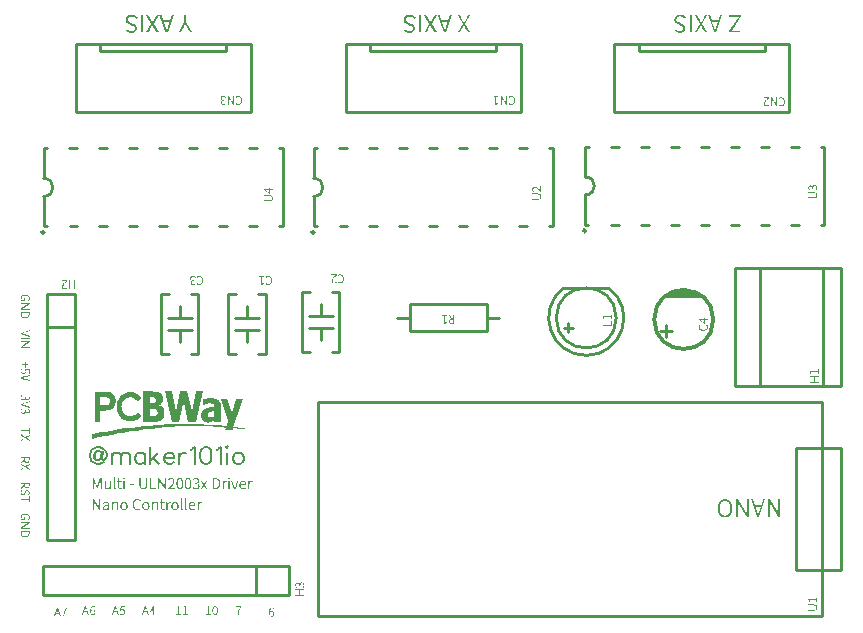
<source format=gto>
G04 Layer: TopSilkscreenLayer*
G04 EasyEDA v6.5.44, 2024-07-11 22:25:44*
G04 45d6b8aa582043f790635ab3bd24865d,c9b9c57424e64463a8e00cf53a76285a,10*
G04 Gerber Generator version 0.2*
G04 Scale: 100 percent, Rotated: No, Reflected: No *
G04 Dimensions in millimeters *
G04 leading zeros omitted , absolute positions ,4 integer and 5 decimal *
%FSLAX45Y45*%
%MOMM*%

%ADD10C,0.2032*%
%ADD11C,0.2540*%
%ADD12C,0.2500*%
%ADD13C,0.3000*%

%LPD*%
G36*
X2089454Y6045708D02*
G01*
X2072741Y6045504D01*
X2070100Y6045200D01*
X2129332Y5787644D01*
X2138883Y5787339D01*
X2194458Y5787237D01*
X2228494Y5936030D01*
X2230831Y5945581D01*
X2231085Y5946038D01*
X2268575Y5787237D01*
X2333447Y5787237D01*
X2392781Y6044590D01*
X2390292Y6045047D01*
X2374087Y6045555D01*
X2352192Y6045657D01*
X2335733Y6045301D01*
X2333040Y6044895D01*
X2307590Y5916066D01*
X2299004Y5874156D01*
X2290673Y5911799D01*
X2261768Y6045555D01*
X2203145Y6045555D01*
X2163673Y5873851D01*
X2131517Y6044590D01*
X2128824Y6044946D01*
X2111959Y6045504D01*
G37*
G36*
X1882851Y6045047D02*
G01*
X1882851Y5997702D01*
X1941575Y5997702D01*
X1964080Y5997143D01*
X1974037Y5996584D01*
X1976678Y5996228D01*
X1981809Y5994501D01*
X1986178Y5991707D01*
X1989683Y5988050D01*
X1992426Y5983681D01*
X1994306Y5978804D01*
X1995322Y5973622D01*
X1995474Y5968339D01*
X1994712Y5963107D01*
X1992985Y5958128D01*
X1990343Y5953607D01*
X1986737Y5949746D01*
X1982165Y5946698D01*
X1978202Y5944971D01*
X1974037Y5944006D01*
X1967738Y5943498D01*
X1941575Y5942990D01*
X1941575Y5997702D01*
X1882851Y5997702D01*
X1882851Y5898591D01*
X1941575Y5898591D01*
X1974138Y5898184D01*
X1985721Y5897676D01*
X1988261Y5897270D01*
X1994001Y5895187D01*
X1998929Y5892241D01*
X2002993Y5888482D01*
X2006193Y5884011D01*
X2008479Y5878779D01*
X2009800Y5872988D01*
X2010105Y5866638D01*
X2009393Y5859830D01*
X2008378Y5855360D01*
X2007006Y5851398D01*
X2005228Y5847943D01*
X2002942Y5844946D01*
X2000199Y5842406D01*
X1996846Y5840272D01*
X1992884Y5838545D01*
X1988210Y5837174D01*
X1982876Y5836158D01*
X1976678Y5835396D01*
X1969668Y5834938D01*
X1941575Y5834532D01*
X1941575Y5898591D01*
X1882851Y5898591D01*
X1882851Y5786628D01*
X1972716Y5787034D01*
X1986788Y5787288D01*
X1996033Y5787694D01*
X2002434Y5788355D01*
X2007870Y5789371D01*
X2018080Y5791962D01*
X2024989Y5794603D01*
X2031593Y5797804D01*
X2037842Y5801512D01*
X2043633Y5805678D01*
X2048916Y5810300D01*
X2053691Y5815279D01*
X2057857Y5820511D01*
X2061311Y5825998D01*
X2064054Y5831687D01*
X2065985Y5837529D01*
X2067102Y5843371D01*
X2067356Y5852718D01*
X2067153Y5866993D01*
X2066594Y5881065D01*
X2065832Y5889650D01*
X2063851Y5896406D01*
X2060854Y5902756D01*
X2056841Y5908598D01*
X2051913Y5913831D01*
X2046173Y5918504D01*
X2039620Y5922467D01*
X2032406Y5925616D01*
X2023313Y5928410D01*
X2023110Y5928969D01*
X2023973Y5929833D01*
X2030475Y5933795D01*
X2034539Y5936894D01*
X2038248Y5940348D01*
X2041601Y5944108D01*
X2044598Y5948121D01*
X2047290Y5952388D01*
X2049525Y5956858D01*
X2051456Y5961532D01*
X2053031Y5966358D01*
X2054199Y5971235D01*
X2055012Y5976264D01*
X2055469Y5981293D01*
X2055571Y5986322D01*
X2055266Y5991352D01*
X2054606Y5996279D01*
X2053539Y6001156D01*
X2052116Y6005931D01*
X2050338Y6010503D01*
X2048154Y6014923D01*
X2045563Y6019088D01*
X2042617Y6023051D01*
X2039264Y6026658D01*
X2035505Y6029960D01*
X2031390Y6032957D01*
X2025243Y6036564D01*
X2018842Y6039408D01*
X2011425Y6041542D01*
X2002180Y6043015D01*
X1996592Y6043625D01*
X1982978Y6044387D01*
X1965502Y6044844D01*
G37*
G36*
X1476756Y6041694D02*
G01*
X1476756Y5998210D01*
X1560322Y5998057D01*
X1571091Y5997651D01*
X1577441Y5996736D01*
X1583283Y5995111D01*
X1588566Y5992825D01*
X1593189Y5989980D01*
X1597152Y5986526D01*
X1600454Y5982563D01*
X1603044Y5978194D01*
X1604873Y5973368D01*
X1605940Y5968187D01*
X1606194Y5962650D01*
X1605584Y5956858D01*
X1604060Y5950864D01*
X1602435Y5946292D01*
X1600555Y5942380D01*
X1598320Y5938977D01*
X1595628Y5936132D01*
X1592376Y5933694D01*
X1588516Y5931763D01*
X1583893Y5930188D01*
X1578457Y5928969D01*
X1572107Y5928055D01*
X1564690Y5927394D01*
X1546402Y5926785D01*
X1523441Y5926480D01*
X1523441Y5998210D01*
X1476756Y5998210D01*
X1476756Y5787237D01*
X1523441Y5787237D01*
X1523441Y5882944D01*
X1561490Y5883402D01*
X1579727Y5884062D01*
X1593596Y5885332D01*
X1599336Y5886246D01*
X1604365Y5887415D01*
X1608937Y5888786D01*
X1613103Y5890514D01*
X1617065Y5892495D01*
X1624939Y5897575D01*
X1628851Y5900674D01*
X1632508Y5904128D01*
X1635912Y5907836D01*
X1639011Y5911799D01*
X1641856Y5916015D01*
X1644396Y5920486D01*
X1646631Y5925108D01*
X1648612Y5929884D01*
X1650288Y5934862D01*
X1651711Y5939942D01*
X1652828Y5945124D01*
X1653692Y5950407D01*
X1654505Y5961075D01*
X1654454Y5966460D01*
X1654149Y5971794D01*
X1653539Y5977128D01*
X1652676Y5982411D01*
X1651507Y5987592D01*
X1650034Y5992672D01*
X1648307Y5997651D01*
X1646224Y6002426D01*
X1643888Y6007100D01*
X1641297Y6011519D01*
X1638350Y6015786D01*
X1635150Y6019749D01*
X1631645Y6023508D01*
X1624939Y6029299D01*
X1621993Y6031382D01*
X1618945Y6033211D01*
X1615643Y6034786D01*
X1612036Y6036208D01*
X1608023Y6037427D01*
X1603451Y6038443D01*
X1592173Y6039967D01*
X1577492Y6040932D01*
X1558391Y6041491D01*
X1534160Y6041694D01*
G37*
G36*
X1775561Y6039764D02*
G01*
X1769821Y6039510D01*
X1764131Y6038900D01*
X1758238Y6037986D01*
X1752447Y6036767D01*
X1746808Y6035294D01*
X1741271Y6033516D01*
X1735937Y6031534D01*
X1725675Y6026759D01*
X1720799Y6024016D01*
X1711553Y6017869D01*
X1707184Y6014466D01*
X1702968Y6010808D01*
X1695145Y6002985D01*
X1691538Y5998819D01*
X1684883Y5989878D01*
X1679041Y5980277D01*
X1676450Y5975299D01*
X1674063Y5970117D01*
X1669999Y5959398D01*
X1668272Y5953810D01*
X1666798Y5948172D01*
X1665579Y5942380D01*
X1664614Y5936538D01*
X1663395Y5924499D01*
X1663192Y5918352D01*
X1663547Y5905906D01*
X1665020Y5893206D01*
X1666138Y5886805D01*
X1667560Y5880354D01*
X1669084Y5874613D01*
X1670862Y5869025D01*
X1675079Y5858408D01*
X1680210Y5848553D01*
X1683054Y5843879D01*
X1689354Y5835091D01*
X1696313Y5827115D01*
X1703933Y5819902D01*
X1712112Y5813501D01*
X1716430Y5810554D01*
X1725371Y5805424D01*
X1729993Y5803138D01*
X1739544Y5799277D01*
X1744421Y5797651D01*
X1754428Y5795111D01*
X1764588Y5793486D01*
X1774952Y5792825D01*
X1785416Y5793079D01*
X1790649Y5793536D01*
X1801114Y5795264D01*
X1811528Y5798007D01*
X1816709Y5799734D01*
X1826869Y5804001D01*
X1831898Y5806541D01*
X1841703Y5812383D01*
X1846478Y5815736D01*
X1855774Y5823204D01*
X1864969Y5831941D01*
X1870964Y5838190D01*
X1843633Y5869838D01*
X1833524Y5860135D01*
X1828698Y5856122D01*
X1823770Y5852515D01*
X1818792Y5849264D01*
X1813763Y5846368D01*
X1808632Y5843879D01*
X1803552Y5841746D01*
X1798370Y5840018D01*
X1793239Y5838596D01*
X1788109Y5837529D01*
X1782978Y5836869D01*
X1777898Y5836513D01*
X1772920Y5836513D01*
X1767941Y5836869D01*
X1763064Y5837580D01*
X1758289Y5838647D01*
X1753616Y5839968D01*
X1749094Y5841695D01*
X1744675Y5843727D01*
X1740407Y5846064D01*
X1736293Y5848756D01*
X1732381Y5851702D01*
X1728673Y5855004D01*
X1725117Y5858611D01*
X1721815Y5862523D01*
X1718767Y5866739D01*
X1715922Y5871260D01*
X1713382Y5876086D01*
X1711096Y5881166D01*
X1709115Y5886551D01*
X1707438Y5892241D01*
X1706067Y5898184D01*
X1705102Y5903823D01*
X1704441Y5909360D01*
X1704086Y5914745D01*
X1704086Y5920028D01*
X1704339Y5925210D01*
X1704898Y5930188D01*
X1705711Y5935065D01*
X1706778Y5939790D01*
X1708099Y5944362D01*
X1711502Y5952998D01*
X1713534Y5957062D01*
X1718259Y5964631D01*
X1723745Y5971540D01*
X1729943Y5977636D01*
X1733296Y5980379D01*
X1740407Y5985205D01*
X1748028Y5989167D01*
X1756054Y5992215D01*
X1760220Y5993384D01*
X1764436Y5994298D01*
X1768754Y5994958D01*
X1773123Y5995365D01*
X1781962Y5995416D01*
X1786483Y5995009D01*
X1790954Y5994349D01*
X1795475Y5993384D01*
X1799945Y5992164D01*
X1804466Y5990640D01*
X1808937Y5988812D01*
X1817776Y5984290D01*
X1822145Y5981547D01*
X1830679Y5975096D01*
X1834794Y5971387D01*
X1843532Y5962446D01*
X1872335Y5992215D01*
X1865223Y6000699D01*
X1861108Y6004966D01*
X1856790Y6009030D01*
X1852269Y6012840D01*
X1847494Y6016447D01*
X1842617Y6019800D01*
X1837537Y6022949D01*
X1832305Y6025845D01*
X1826920Y6028486D01*
X1821434Y6030874D01*
X1815896Y6032957D01*
X1804517Y6036360D01*
X1798777Y6037630D01*
X1792986Y6038646D01*
X1787143Y6039307D01*
G37*
G36*
X2457450Y5987897D02*
G01*
X2442819Y5987135D01*
X2433066Y5985967D01*
X2421839Y5984189D01*
X2410561Y5981954D01*
X2400655Y5979617D01*
X2395118Y5978093D01*
X2394864Y5931001D01*
X2398826Y5931154D01*
X2402636Y5932322D01*
X2412034Y5936234D01*
X2418638Y5938672D01*
X2425192Y5940653D01*
X2431592Y5942279D01*
X2437790Y5943498D01*
X2443784Y5944311D01*
X2449525Y5944768D01*
X2455062Y5944819D01*
X2460294Y5944514D01*
X2465222Y5943803D01*
X2469794Y5942736D01*
X2474010Y5941364D01*
X2477820Y5939586D01*
X2481224Y5937453D01*
X2484170Y5935014D01*
X2486660Y5932220D01*
X2488641Y5929122D01*
X2490063Y5925616D01*
X2490978Y5921857D01*
X2491232Y5916371D01*
X2489962Y5915558D01*
X2460802Y5912459D01*
X2446223Y5910275D01*
X2433320Y5907532D01*
X2427478Y5905957D01*
X2422042Y5904230D01*
X2416962Y5902350D01*
X2412288Y5900267D01*
X2407970Y5898032D01*
X2404008Y5895644D01*
X2400401Y5893054D01*
X2397099Y5890260D01*
X2394153Y5887313D01*
X2391460Y5884113D01*
X2389124Y5880709D01*
X2387041Y5877102D01*
X2385263Y5873242D01*
X2383790Y5869178D01*
X2382520Y5864860D01*
X2381504Y5860288D01*
X2380742Y5855462D01*
X2380060Y5847080D01*
X2435656Y5847080D01*
X2435656Y5851144D01*
X2436215Y5854852D01*
X2437333Y5858256D01*
X2439060Y5861405D01*
X2441346Y5864250D01*
X2444191Y5866841D01*
X2447696Y5869178D01*
X2451760Y5871210D01*
X2456484Y5873038D01*
X2461869Y5874613D01*
X2467864Y5875934D01*
X2474518Y5877052D01*
X2489860Y5878626D01*
X2490368Y5878169D01*
X2490622Y5875629D01*
X2490774Y5837986D01*
X2483967Y5832195D01*
X2479040Y5829249D01*
X2473909Y5827064D01*
X2468626Y5825540D01*
X2463393Y5824728D01*
X2458262Y5824626D01*
X2453335Y5825185D01*
X2448864Y5826404D01*
X2444851Y5828334D01*
X2441549Y5830925D01*
X2438958Y5834176D01*
X2437282Y5838088D01*
X2436215Y5842762D01*
X2435656Y5847080D01*
X2380060Y5847080D01*
X2380030Y5839053D01*
X2380538Y5833668D01*
X2381351Y5828588D01*
X2382520Y5823661D01*
X2384044Y5818987D01*
X2385822Y5814568D01*
X2387955Y5810402D01*
X2390343Y5806440D01*
X2392984Y5802782D01*
X2395829Y5799429D01*
X2398979Y5796280D01*
X2402281Y5793435D01*
X2405837Y5790895D01*
X2409545Y5788660D01*
X2413406Y5786729D01*
X2417419Y5785104D01*
X2421585Y5783783D01*
X2425903Y5782818D01*
X2430272Y5782157D01*
X2434793Y5781852D01*
X2439314Y5781852D01*
X2443937Y5782259D01*
X2448610Y5783021D01*
X2453284Y5784138D01*
X2457958Y5785612D01*
X2462682Y5787491D01*
X2467356Y5789777D01*
X2471978Y5792419D01*
X2476550Y5795467D01*
X2481072Y5798972D01*
X2490520Y5807557D01*
X2491028Y5787542D01*
X2545994Y5787237D01*
X2545842Y5912866D01*
X2545537Y5925362D01*
X2544978Y5934049D01*
X2544165Y5940044D01*
X2542946Y5944565D01*
X2541270Y5948781D01*
X2538272Y5955080D01*
X2535936Y5958840D01*
X2533294Y5962396D01*
X2530297Y5965748D01*
X2526995Y5968847D01*
X2523388Y5971743D01*
X2519476Y5974384D01*
X2515209Y5976772D01*
X2510688Y5978956D01*
X2505862Y5980938D01*
X2500782Y5982665D01*
X2495397Y5984138D01*
X2483764Y5986373D01*
X2477566Y5987135D01*
X2471115Y5987643D01*
X2464409Y5987897D01*
G37*
G36*
X2572512Y5982258D02*
G01*
X2543454Y5982004D01*
X2608224Y5792063D01*
X2598623Y5764123D01*
X2593898Y5751017D01*
X2524810Y5757773D01*
X2499563Y5759958D01*
X2461768Y5762802D01*
X2436672Y5764479D01*
X2380386Y5767425D01*
X2342997Y5768797D01*
X2293315Y5769965D01*
X2231440Y5770219D01*
X2175967Y5769305D01*
X2120595Y5767425D01*
X2089912Y5765901D01*
X2027174Y5761939D01*
X2001875Y5760059D01*
X1938426Y5754674D01*
X1887524Y5749696D01*
X1849424Y5745581D01*
X1773377Y5736336D01*
X1735531Y5731256D01*
X1679143Y5723026D01*
X1617116Y5713069D01*
X1555953Y5702300D01*
X1531823Y5697778D01*
X1492199Y5689955D01*
X1465275Y5684367D01*
X1458620Y5682691D01*
X1458010Y5680811D01*
X1455928Y5670499D01*
X1453591Y5657138D01*
X1452118Y5647232D01*
X1452118Y5645708D01*
X1503984Y5656478D01*
X1567383Y5669330D01*
X1622298Y5679897D01*
X1675942Y5689701D01*
X1715414Y5696559D01*
X1786331Y5708040D01*
X1824278Y5713679D01*
X1867966Y5719826D01*
X1905050Y5724652D01*
X1960016Y5731154D01*
X2014372Y5736793D01*
X2074265Y5742127D01*
X2133854Y5746445D01*
X2181504Y5749188D01*
X2217216Y5750915D01*
X2271369Y5752896D01*
X2300478Y5753303D01*
X2355697Y5753303D01*
X2383129Y5752998D01*
X2413609Y5752134D01*
X2438247Y5750915D01*
X2465933Y5749239D01*
X2495550Y5747054D01*
X2528265Y5744362D01*
X2558389Y5741619D01*
X2586888Y5738520D01*
X2589174Y5738012D01*
X2581656Y5716219D01*
X2641244Y5716219D01*
X2645664Y5729681D01*
X2647645Y5732068D01*
X2652268Y5732322D01*
X2721305Y5725972D01*
X2739847Y5724550D01*
X2742946Y5724601D01*
X2744266Y5725007D01*
X2748026Y5727598D01*
X2752039Y5730748D01*
X2749550Y5731357D01*
X2728671Y5734304D01*
X2658719Y5743346D01*
X2651048Y5744514D01*
X2680665Y5833414D01*
X2730652Y5982258D01*
X2673756Y5982258D01*
X2646730Y5887821D01*
X2638856Y5861050D01*
X2629458Y5891123D01*
X2601569Y5982258D01*
G37*
G36*
X1789684Y9235440D02*
G01*
X1782267Y9235084D01*
X1775307Y9233966D01*
X1768906Y9232239D01*
X1763064Y9229852D01*
X1757781Y9226854D01*
X1753158Y9223400D01*
X1749145Y9219387D01*
X1745792Y9214967D01*
X1743151Y9210141D01*
X1741220Y9204960D01*
X1740052Y9199524D01*
X1739646Y9193784D01*
X1740255Y9186062D01*
X1742084Y9179306D01*
X1744980Y9173464D01*
X1748739Y9168434D01*
X1753362Y9164116D01*
X1758594Y9160357D01*
X1764436Y9157055D01*
X1770634Y9154160D01*
X1796491Y9143085D01*
X1800809Y9140952D01*
X1804924Y9138615D01*
X1808734Y9135872D01*
X1812036Y9132671D01*
X1814575Y9128861D01*
X1816252Y9124391D01*
X1816862Y9119108D01*
X1816354Y9114129D01*
X1814830Y9109659D01*
X1812340Y9105747D01*
X1808988Y9102445D01*
X1804822Y9099804D01*
X1799945Y9097873D01*
X1794357Y9096654D01*
X1788160Y9096248D01*
X1782978Y9096502D01*
X1778050Y9097264D01*
X1773377Y9098483D01*
X1769008Y9100108D01*
X1764792Y9102191D01*
X1760880Y9104630D01*
X1757121Y9107373D01*
X1753616Y9110472D01*
X1744725Y9099804D01*
X1748789Y9095943D01*
X1753260Y9092438D01*
X1758188Y9089339D01*
X1763471Y9086646D01*
X1769160Y9084513D01*
X1775206Y9082887D01*
X1781556Y9081871D01*
X1788160Y9081516D01*
X1794611Y9081871D01*
X1800707Y9082836D01*
X1806448Y9084411D01*
X1811731Y9086545D01*
X1816607Y9089288D01*
X1820925Y9092488D01*
X1824685Y9096146D01*
X1827885Y9100261D01*
X1830476Y9104782D01*
X1832305Y9109659D01*
X1833473Y9114840D01*
X1833880Y9120378D01*
X1833168Y9127947D01*
X1831136Y9134551D01*
X1827987Y9140240D01*
X1824024Y9145117D01*
X1819351Y9149283D01*
X1814271Y9152788D01*
X1808988Y9155734D01*
X1782064Y9167622D01*
X1772107Y9172346D01*
X1767789Y9174886D01*
X1764030Y9177731D01*
X1760931Y9181033D01*
X1758645Y9184894D01*
X1757172Y9189516D01*
X1756664Y9195054D01*
X1757222Y9200540D01*
X1758950Y9205468D01*
X1761693Y9209887D01*
X1765452Y9213596D01*
X1770125Y9216593D01*
X1775714Y9218828D01*
X1782165Y9220250D01*
X1789430Y9220708D01*
X1795373Y9220352D01*
X1801164Y9219387D01*
X1806854Y9217761D01*
X1812239Y9215577D01*
X1817420Y9212884D01*
X1822348Y9209684D01*
X1826869Y9205976D01*
X1831086Y9201912D01*
X1841246Y9213342D01*
X1836267Y9218218D01*
X1830781Y9222587D01*
X1824888Y9226346D01*
X1818589Y9229547D01*
X1811934Y9232087D01*
X1804873Y9233916D01*
X1797456Y9235033D01*
G37*
G36*
X2237232Y9232900D02*
G01*
X2237232Y9174480D01*
X2192528Y9084056D01*
X2209800Y9084056D01*
X2230120Y9127236D01*
X2237333Y9143390D01*
X2245106Y9159748D01*
X2245868Y9159748D01*
X2280920Y9084056D01*
X2298700Y9084056D01*
X2253996Y9174480D01*
X2253996Y9232900D01*
G37*
G36*
X2025904Y9232900D02*
G01*
X2046449Y9172702D01*
X2109724Y9172702D01*
X2094179Y9123730D01*
X2086864Y9098280D01*
X2085848Y9098280D01*
X2078431Y9123629D01*
X2070607Y9148572D01*
X2062734Y9172702D01*
X2046449Y9172702D01*
X2076704Y9084056D01*
X2095246Y9084056D01*
X2146046Y9232900D01*
X2129282Y9232900D01*
X2114042Y9185910D01*
X2058416Y9185910D01*
X2043684Y9232900D01*
G37*
G36*
X1912874Y9232900D02*
G01*
X1956562Y9156954D01*
X1915668Y9084056D01*
X1933193Y9084056D01*
X1956866Y9128607D01*
X1964943Y9145016D01*
X1965960Y9145016D01*
X1972005Y9133586D01*
X1977643Y9123680D01*
X1998725Y9084056D01*
X2017522Y9084056D01*
X1976628Y9156192D01*
X2020062Y9232900D01*
X2002536Y9232900D01*
X1977186Y9185910D01*
X1967992Y9167368D01*
X1966975Y9167368D01*
X1931416Y9232900D01*
G37*
G36*
X1871725Y9232900D02*
G01*
X1871725Y9084056D01*
X1888743Y9084056D01*
X1888743Y9232900D01*
G37*
G36*
X4143756Y9235440D02*
G01*
X4136339Y9235084D01*
X4129379Y9233966D01*
X4122978Y9232239D01*
X4117136Y9229852D01*
X4111853Y9226854D01*
X4107230Y9223400D01*
X4103217Y9219387D01*
X4099864Y9214967D01*
X4097223Y9210141D01*
X4095292Y9204960D01*
X4094124Y9199524D01*
X4093718Y9193784D01*
X4094327Y9186062D01*
X4096156Y9179306D01*
X4099051Y9173464D01*
X4102811Y9168434D01*
X4107434Y9164116D01*
X4112666Y9160357D01*
X4118508Y9157055D01*
X4124706Y9154160D01*
X4150563Y9143085D01*
X4154881Y9140952D01*
X4158996Y9138615D01*
X4162806Y9135872D01*
X4166108Y9132671D01*
X4168648Y9128861D01*
X4170324Y9124391D01*
X4170934Y9119108D01*
X4170426Y9114129D01*
X4168901Y9109659D01*
X4166412Y9105747D01*
X4163060Y9102445D01*
X4158894Y9099804D01*
X4154017Y9097873D01*
X4148429Y9096654D01*
X4142232Y9096248D01*
X4137050Y9096502D01*
X4132122Y9097264D01*
X4127449Y9098483D01*
X4123029Y9100108D01*
X4118864Y9102191D01*
X4114952Y9104630D01*
X4111193Y9107373D01*
X4107687Y9110472D01*
X4098798Y9099804D01*
X4102862Y9095943D01*
X4107332Y9092438D01*
X4112260Y9089339D01*
X4117543Y9086646D01*
X4123232Y9084513D01*
X4129278Y9082887D01*
X4135628Y9081871D01*
X4142232Y9081516D01*
X4148683Y9081871D01*
X4154779Y9082836D01*
X4160520Y9084411D01*
X4165803Y9086545D01*
X4170679Y9089288D01*
X4174998Y9092488D01*
X4178757Y9096146D01*
X4181957Y9100261D01*
X4184548Y9104782D01*
X4186377Y9109659D01*
X4187545Y9114840D01*
X4187951Y9120378D01*
X4187240Y9127947D01*
X4185208Y9134551D01*
X4182059Y9140240D01*
X4178096Y9145117D01*
X4173423Y9149283D01*
X4168343Y9152788D01*
X4163060Y9155734D01*
X4136136Y9167622D01*
X4126179Y9172346D01*
X4121861Y9174886D01*
X4118101Y9177731D01*
X4115003Y9181033D01*
X4112717Y9184894D01*
X4111244Y9189516D01*
X4110736Y9195054D01*
X4111294Y9200540D01*
X4113022Y9205468D01*
X4115765Y9209887D01*
X4119473Y9213596D01*
X4124198Y9216593D01*
X4129786Y9218828D01*
X4136237Y9220250D01*
X4143501Y9220708D01*
X4149445Y9220352D01*
X4155236Y9219387D01*
X4160926Y9217761D01*
X4166311Y9215577D01*
X4171492Y9212884D01*
X4176420Y9209684D01*
X4180941Y9205976D01*
X4185158Y9201912D01*
X4195318Y9213342D01*
X4190339Y9218218D01*
X4184853Y9222587D01*
X4178960Y9226346D01*
X4172661Y9229547D01*
X4166006Y9232087D01*
X4158945Y9233916D01*
X4151528Y9235033D01*
G37*
G36*
X4549902Y9232900D02*
G01*
X4593590Y9156954D01*
X4552696Y9084056D01*
X4570222Y9084056D01*
X4593996Y9128607D01*
X4601972Y9145016D01*
X4602988Y9145016D01*
X4609033Y9133586D01*
X4614672Y9123680D01*
X4636008Y9084056D01*
X4654550Y9084056D01*
X4613656Y9156192D01*
X4657344Y9232900D01*
X4639818Y9232900D01*
X4617212Y9191498D01*
X4605020Y9167368D01*
X4604258Y9167368D01*
X4591304Y9191498D01*
X4568444Y9232900D01*
G37*
G36*
X4379976Y9232900D02*
G01*
X4400521Y9172702D01*
X4463796Y9172702D01*
X4448251Y9123730D01*
X4440936Y9098280D01*
X4439920Y9098280D01*
X4432503Y9123629D01*
X4424680Y9148572D01*
X4416806Y9172702D01*
X4400521Y9172702D01*
X4430776Y9084056D01*
X4449318Y9084056D01*
X4500118Y9232900D01*
X4483354Y9232900D01*
X4468114Y9185910D01*
X4412488Y9185910D01*
X4397756Y9232900D01*
G37*
G36*
X4266946Y9232900D02*
G01*
X4310634Y9156954D01*
X4269740Y9084056D01*
X4287266Y9084056D01*
X4310938Y9128607D01*
X4319016Y9145016D01*
X4320032Y9145016D01*
X4326077Y9133586D01*
X4331716Y9123680D01*
X4352798Y9084056D01*
X4371594Y9084056D01*
X4330700Y9156192D01*
X4374134Y9232900D01*
X4356608Y9232900D01*
X4331258Y9185910D01*
X4322064Y9167368D01*
X4321048Y9167368D01*
X4285488Y9232900D01*
G37*
G36*
X4225798Y9232900D02*
G01*
X4225798Y9084056D01*
X4242816Y9084056D01*
X4242816Y9232900D01*
G37*
G36*
X6434836Y9235440D02*
G01*
X6427419Y9235084D01*
X6420459Y9233966D01*
X6414058Y9232239D01*
X6408216Y9229852D01*
X6402933Y9226854D01*
X6398310Y9223400D01*
X6394297Y9219387D01*
X6390944Y9214967D01*
X6388303Y9210141D01*
X6386372Y9204960D01*
X6385204Y9199524D01*
X6384798Y9193784D01*
X6385407Y9186062D01*
X6387185Y9179306D01*
X6390030Y9173464D01*
X6393789Y9168434D01*
X6398310Y9164116D01*
X6403543Y9160357D01*
X6409334Y9157055D01*
X6415532Y9154160D01*
X6441490Y9143085D01*
X6450025Y9138615D01*
X6453835Y9135872D01*
X6457137Y9132671D01*
X6459728Y9128861D01*
X6461404Y9124391D01*
X6462014Y9119108D01*
X6461455Y9114129D01*
X6459931Y9109659D01*
X6457391Y9105747D01*
X6453987Y9102445D01*
X6449822Y9099804D01*
X6444894Y9097873D01*
X6439255Y9096654D01*
X6433058Y9096248D01*
X6427876Y9096502D01*
X6422999Y9097264D01*
X6418376Y9098483D01*
X6414008Y9100108D01*
X6409893Y9102191D01*
X6405981Y9104630D01*
X6402273Y9107373D01*
X6398768Y9110472D01*
X6389878Y9099804D01*
X6393942Y9095943D01*
X6398412Y9092438D01*
X6403340Y9089339D01*
X6408623Y9086646D01*
X6414262Y9084513D01*
X6420256Y9082887D01*
X6426504Y9081871D01*
X6433058Y9081516D01*
X6439509Y9081871D01*
X6445656Y9082836D01*
X6451396Y9084411D01*
X6456730Y9086545D01*
X6461607Y9089288D01*
X6465976Y9092488D01*
X6469786Y9096146D01*
X6472986Y9100261D01*
X6475577Y9104782D01*
X6477457Y9109659D01*
X6478625Y9114840D01*
X6479032Y9120378D01*
X6478320Y9127947D01*
X6476238Y9134551D01*
X6473088Y9140240D01*
X6469075Y9145117D01*
X6464401Y9149283D01*
X6459321Y9152788D01*
X6454038Y9155734D01*
X6448806Y9158224D01*
X6422034Y9169958D01*
X6417259Y9172346D01*
X6412941Y9174886D01*
X6409182Y9177731D01*
X6406083Y9181033D01*
X6403797Y9184894D01*
X6402324Y9189516D01*
X6401816Y9195054D01*
X6402374Y9200540D01*
X6404102Y9205468D01*
X6406845Y9209887D01*
X6410604Y9213596D01*
X6415278Y9216593D01*
X6420866Y9218828D01*
X6427317Y9220250D01*
X6434582Y9220708D01*
X6440424Y9220352D01*
X6446215Y9219387D01*
X6451803Y9217761D01*
X6457238Y9215577D01*
X6462420Y9212884D01*
X6467348Y9209684D01*
X6471970Y9205976D01*
X6476238Y9201912D01*
X6486398Y9213342D01*
X6481318Y9218218D01*
X6475831Y9222587D01*
X6469938Y9226346D01*
X6463690Y9229547D01*
X6456984Y9232087D01*
X6449974Y9233916D01*
X6442557Y9235033D01*
G37*
G36*
X6847331Y9232900D02*
G01*
X6847331Y9218676D01*
X6928358Y9218676D01*
X6848348Y9094216D01*
X6848348Y9084056D01*
X6941820Y9084056D01*
X6941820Y9098280D01*
X6868922Y9098280D01*
X6949186Y9222994D01*
X6949186Y9232900D01*
G37*
G36*
X6670802Y9232900D02*
G01*
X6691450Y9172702D01*
X6754875Y9172702D01*
X6739178Y9123730D01*
X6731762Y9098280D01*
X6731000Y9098280D01*
X6719671Y9136075D01*
X6715506Y9148572D01*
X6707886Y9172702D01*
X6691450Y9172702D01*
X6721856Y9084056D01*
X6740398Y9084056D01*
X6791198Y9232900D01*
X6774180Y9232900D01*
X6758940Y9185910D01*
X6703568Y9185910D01*
X6688836Y9232900D01*
G37*
G36*
X6557772Y9232900D02*
G01*
X6601459Y9156954D01*
X6560820Y9084056D01*
X6578092Y9084056D01*
X6601968Y9128607D01*
X6609842Y9145016D01*
X6610858Y9145016D01*
X6617106Y9133586D01*
X6622796Y9123680D01*
X6643878Y9084056D01*
X6662420Y9084056D01*
X6621780Y9156192D01*
X6665214Y9232900D01*
X6647688Y9232900D01*
X6625081Y9191498D01*
X6612890Y9167368D01*
X6612128Y9167368D01*
X6599174Y9191498D01*
X6576314Y9232900D01*
G37*
G36*
X6516878Y9232900D02*
G01*
X6516878Y9084056D01*
X6533642Y9084056D01*
X6533642Y9232900D01*
G37*
G36*
X887984Y6864603D02*
G01*
X879500Y6863994D01*
X871931Y6862165D01*
X865378Y6859270D01*
X859840Y6855358D01*
X855471Y6850532D01*
X852271Y6844893D01*
X850290Y6838543D01*
X849630Y6831584D01*
X850239Y6824522D01*
X852017Y6818274D01*
X854659Y6812940D01*
X858012Y6808724D01*
X889000Y6808724D01*
X889000Y6832853D01*
X881887Y6832853D01*
X881887Y6816598D01*
X861568Y6816598D01*
X859688Y6819341D01*
X858215Y6822744D01*
X857300Y6826656D01*
X856996Y6830822D01*
X857554Y6836511D01*
X859180Y6841490D01*
X861872Y6845808D01*
X865479Y6849414D01*
X870000Y6852208D01*
X875334Y6854291D01*
X881430Y6855561D01*
X888237Y6855968D01*
X895045Y6855510D01*
X901141Y6854240D01*
X906424Y6852107D01*
X910894Y6849211D01*
X914450Y6845604D01*
X917041Y6841286D01*
X918667Y6836359D01*
X919226Y6830822D01*
X918667Y6825437D01*
X917092Y6821068D01*
X914857Y6817410D01*
X912114Y6814312D01*
X917448Y6809740D01*
X920800Y6813448D01*
X923747Y6818122D01*
X925830Y6823964D01*
X926592Y6831075D01*
X926287Y6835851D01*
X925372Y6840372D01*
X923899Y6844588D01*
X921867Y6848449D01*
X919327Y6852005D01*
X916228Y6855155D01*
X912672Y6857949D01*
X908608Y6860235D01*
X904087Y6862114D01*
X899109Y6863486D01*
X893775Y6864299D01*
G37*
G36*
X850900Y6790944D02*
G01*
X850900Y6782816D01*
X897382Y6782917D01*
X914400Y6783831D01*
X914400Y6783324D01*
X899160Y6775196D01*
X850900Y6747256D01*
X850900Y6738620D01*
X925321Y6738620D01*
X925321Y6746748D01*
X884936Y6746748D01*
X873302Y6746290D01*
X861821Y6745478D01*
X861821Y6745986D01*
X877062Y6754114D01*
X925321Y6782308D01*
X925321Y6790944D01*
G37*
G36*
X850900Y6717792D02*
G01*
X850900Y6709409D01*
X918464Y6709409D01*
X918464Y6700266D01*
X917956Y6693966D01*
X916432Y6688480D01*
X913942Y6683908D01*
X910539Y6680149D01*
X906221Y6677304D01*
X901090Y6675221D01*
X895197Y6674002D01*
X888492Y6673596D01*
X881684Y6674002D01*
X875639Y6675221D01*
X870407Y6677304D01*
X865987Y6680149D01*
X862482Y6683908D01*
X859891Y6688480D01*
X858316Y6693966D01*
X857758Y6700266D01*
X857758Y6709409D01*
X850900Y6709409D01*
X850900Y6699250D01*
X851204Y6693814D01*
X852068Y6688836D01*
X853490Y6684365D01*
X855471Y6680301D01*
X857961Y6676745D01*
X860907Y6673646D01*
X864412Y6671005D01*
X868375Y6668820D01*
X872744Y6667144D01*
X877569Y6665925D01*
X882853Y6665214D01*
X888492Y6664959D01*
X894130Y6665214D01*
X899312Y6665925D01*
X904087Y6667144D01*
X908405Y6668820D01*
X912266Y6671005D01*
X915669Y6673646D01*
X918565Y6676796D01*
X920953Y6680403D01*
X922832Y6684467D01*
X924204Y6688988D01*
X925068Y6694017D01*
X925321Y6699503D01*
X925321Y6717792D01*
G37*
G36*
X925321Y6565646D02*
G01*
X850900Y6541770D01*
X850900Y6532118D01*
X925321Y6508496D01*
X925321Y6516878D01*
X859536Y6536690D01*
X859536Y6536944D01*
X871880Y6540804D01*
X884174Y6544309D01*
X925321Y6556756D01*
G37*
G36*
X850900Y6497828D02*
G01*
X850900Y6489446D01*
X925321Y6489446D01*
X925321Y6497828D01*
G37*
G36*
X850900Y6468872D02*
G01*
X850900Y6460744D01*
X897382Y6460845D01*
X914400Y6461760D01*
X914400Y6461252D01*
X899160Y6453124D01*
X850900Y6425184D01*
X850900Y6416548D01*
X925321Y6416548D01*
X925321Y6424676D01*
X879144Y6424574D01*
X861821Y6423406D01*
X861821Y6423914D01*
X877062Y6432042D01*
X925321Y6460236D01*
X925321Y6468872D01*
G37*
G36*
X885190Y6295390D02*
G01*
X885190Y6274816D01*
X862837Y6274816D01*
X862837Y6267958D01*
X885190Y6267958D01*
X885190Y6247384D01*
X891540Y6247384D01*
X891540Y6267958D01*
X913637Y6267958D01*
X913637Y6274816D01*
X891540Y6274816D01*
X891540Y6295390D01*
G37*
G36*
X859536Y6240526D02*
G01*
X855827Y6236462D01*
X852678Y6231331D01*
X850442Y6224930D01*
X849630Y6217158D01*
X850036Y6212535D01*
X851306Y6208115D01*
X853389Y6204051D01*
X856234Y6200444D01*
X859840Y6197396D01*
X864209Y6195060D01*
X869289Y6193536D01*
X875030Y6193028D01*
X880770Y6193485D01*
X885698Y6194806D01*
X889762Y6196888D01*
X893013Y6199632D01*
X895553Y6202934D01*
X897280Y6206744D01*
X898296Y6210909D01*
X898652Y6215380D01*
X898448Y6218631D01*
X897890Y6221628D01*
X896924Y6224371D01*
X895603Y6227064D01*
X918210Y6225032D01*
X918210Y6196584D01*
X925321Y6196584D01*
X925321Y6232144D01*
X890778Y6234684D01*
X887984Y6230112D01*
X889812Y6227013D01*
X891184Y6224066D01*
X891997Y6220917D01*
X892302Y6217412D01*
X891082Y6210858D01*
X887628Y6205778D01*
X882142Y6202578D01*
X874776Y6201410D01*
X867206Y6202680D01*
X861415Y6206236D01*
X857758Y6211468D01*
X856487Y6217920D01*
X857199Y6223863D01*
X859078Y6228791D01*
X861720Y6232956D01*
X864869Y6236462D01*
G37*
G36*
X925321Y6187440D02*
G01*
X850900Y6163564D01*
X850900Y6153912D01*
X925321Y6130036D01*
X925321Y6138672D01*
X865886Y6156401D01*
X859536Y6158484D01*
X859536Y6158738D01*
X925321Y6178550D01*
G37*
G36*
X859790Y6016752D02*
G01*
X855929Y6012688D01*
X852728Y6007506D01*
X850442Y6001054D01*
X849630Y5993130D01*
X849985Y5988405D01*
X851052Y5984036D01*
X852830Y5980023D01*
X855218Y5976569D01*
X858215Y5973724D01*
X861821Y5971590D01*
X866038Y5970219D01*
X870712Y5969762D01*
X877671Y5971032D01*
X883259Y5974435D01*
X887374Y5979515D01*
X889762Y5985764D01*
X890016Y5985764D01*
X892860Y5980226D01*
X896772Y5976010D01*
X901903Y5973267D01*
X908303Y5972302D01*
X916076Y5973876D01*
X921816Y5978245D01*
X925372Y5984951D01*
X926592Y5993384D01*
X925931Y5999480D01*
X924102Y6004915D01*
X921359Y6009690D01*
X917956Y6013958D01*
X912368Y6009386D01*
X915365Y6006084D01*
X917702Y6002426D01*
X919276Y5998311D01*
X919987Y5993892D01*
X918971Y5988405D01*
X916432Y5984240D01*
X912571Y5981598D01*
X907542Y5980684D01*
X901700Y5981801D01*
X897026Y5985408D01*
X893927Y5991910D01*
X892810Y6001766D01*
X886460Y6001766D01*
X885342Y5990793D01*
X882142Y5983478D01*
X877265Y5979414D01*
X870966Y5978144D01*
X864971Y5979312D01*
X860399Y5982563D01*
X857503Y5987491D01*
X856487Y5993638D01*
X857199Y5999734D01*
X859078Y6004763D01*
X861821Y6008928D01*
X865124Y6012434D01*
G37*
G36*
X925321Y5963920D02*
G01*
X850900Y5940044D01*
X850900Y5930392D01*
X925321Y5906516D01*
X925321Y5915152D01*
X859536Y5934710D01*
X859536Y5935218D01*
X925321Y5955030D01*
G37*
G36*
X859790Y5903468D02*
G01*
X855929Y5899353D01*
X852728Y5894120D01*
X850442Y5887669D01*
X849630Y5879846D01*
X849985Y5875121D01*
X851052Y5870752D01*
X852830Y5866739D01*
X855218Y5863285D01*
X858215Y5860440D01*
X861821Y5858306D01*
X866038Y5856935D01*
X870712Y5856478D01*
X877671Y5857748D01*
X883259Y5861100D01*
X887374Y5866130D01*
X889762Y5872226D01*
X890016Y5872226D01*
X892860Y5866841D01*
X896772Y5862675D01*
X901903Y5859983D01*
X908303Y5859018D01*
X916076Y5860592D01*
X921816Y5864961D01*
X925372Y5871667D01*
X926592Y5880100D01*
X925931Y5886196D01*
X924102Y5891530D01*
X921359Y5896305D01*
X917956Y5900674D01*
X912368Y5896102D01*
X915365Y5892698D01*
X917702Y5888888D01*
X919276Y5884773D01*
X919987Y5880354D01*
X918971Y5875020D01*
X916432Y5870905D01*
X912571Y5868314D01*
X907542Y5867400D01*
X901700Y5868466D01*
X897026Y5872022D01*
X893927Y5878423D01*
X892810Y5888228D01*
X886460Y5888228D01*
X885342Y5877306D01*
X882142Y5870092D01*
X877265Y5866079D01*
X870966Y5864860D01*
X864971Y5865977D01*
X860399Y5869178D01*
X857503Y5874054D01*
X856487Y5880354D01*
X857199Y5886450D01*
X859078Y5891479D01*
X861821Y5895644D01*
X865124Y5899150D01*
G37*
G36*
X918210Y5737098D02*
G01*
X918210Y5714492D01*
X850900Y5714492D01*
X850900Y5705856D01*
X918210Y5705856D01*
X918210Y5683250D01*
X925321Y5683250D01*
X925321Y5737098D01*
G37*
G36*
X850900Y5680456D02*
G01*
X850900Y5671820D01*
X883666Y5654294D01*
X883666Y5654040D01*
X850900Y5636006D01*
X850900Y5626862D01*
X889000Y5648706D01*
X925321Y5628132D01*
X925321Y5637022D01*
X903071Y5648858D01*
X894842Y5652770D01*
X894842Y5653278D01*
X925321Y5669788D01*
X925321Y5679186D01*
X889253Y5658612D01*
G37*
G36*
X850900Y5488686D02*
G01*
X850900Y5480304D01*
X918464Y5480304D01*
X918464Y5467350D01*
X917752Y5459425D01*
X915416Y5453583D01*
X911199Y5450027D01*
X904748Y5448808D01*
X898144Y5450027D01*
X893571Y5453583D01*
X890879Y5459425D01*
X890016Y5467350D01*
X890016Y5480304D01*
X882903Y5480304D01*
X882903Y5466334D01*
X850900Y5447792D01*
X850900Y5438394D01*
X883919Y5457444D01*
X886510Y5450332D01*
X890828Y5444896D01*
X896874Y5441391D01*
X904748Y5440172D01*
X910031Y5440680D01*
X914400Y5442102D01*
X917956Y5444337D01*
X920750Y5447385D01*
X922832Y5451195D01*
X924255Y5455615D01*
X925068Y5460593D01*
X925321Y5466080D01*
X925321Y5488686D01*
G37*
G36*
X850900Y5434076D02*
G01*
X850900Y5425186D01*
X883666Y5407914D01*
X883666Y5407406D01*
X850900Y5389626D01*
X850900Y5380228D01*
X889000Y5402072D01*
X925321Y5381752D01*
X925321Y5390388D01*
X903071Y5402376D01*
X894842Y5406390D01*
X894842Y5406898D01*
X925321Y5423408D01*
X925321Y5432552D01*
X889253Y5412232D01*
G37*
G36*
X850900Y5272786D02*
G01*
X850900Y5264404D01*
X918464Y5264404D01*
X918464Y5251450D01*
X917752Y5243525D01*
X915416Y5237683D01*
X911199Y5234127D01*
X904748Y5232908D01*
X898144Y5234127D01*
X893571Y5237683D01*
X890879Y5243525D01*
X890016Y5251450D01*
X890016Y5264404D01*
X882903Y5264404D01*
X882903Y5250434D01*
X850900Y5231892D01*
X850900Y5222494D01*
X883919Y5241544D01*
X886510Y5234432D01*
X890828Y5228996D01*
X896874Y5225491D01*
X904748Y5224272D01*
X910031Y5224780D01*
X914400Y5226202D01*
X917956Y5228437D01*
X920750Y5231485D01*
X922832Y5235295D01*
X924255Y5239715D01*
X925068Y5244693D01*
X925321Y5250180D01*
X925321Y5272786D01*
G37*
G36*
X860552Y5216144D02*
G01*
X856081Y5210911D01*
X852627Y5204815D01*
X850392Y5197906D01*
X849630Y5190236D01*
X850036Y5184800D01*
X851255Y5179923D01*
X853135Y5175656D01*
X855675Y5172100D01*
X858723Y5169204D01*
X862279Y5167071D01*
X866190Y5165801D01*
X870458Y5165344D01*
X877620Y5166563D01*
X883005Y5169865D01*
X887120Y5174792D01*
X890269Y5180838D01*
X896874Y5195925D01*
X899414Y5199938D01*
X902919Y5202834D01*
X907796Y5203952D01*
X912571Y5202885D01*
X916178Y5199938D01*
X918464Y5195366D01*
X919226Y5189474D01*
X918718Y5184444D01*
X917295Y5180025D01*
X915060Y5176062D01*
X912114Y5172456D01*
X917448Y5167884D01*
X921105Y5172151D01*
X924001Y5177231D01*
X925931Y5183073D01*
X926592Y5189474D01*
X925169Y5198668D01*
X921156Y5205984D01*
X915009Y5210810D01*
X907287Y5212588D01*
X900125Y5211165D01*
X894791Y5207558D01*
X890981Y5202631D01*
X888237Y5197348D01*
X881126Y5181701D01*
X878484Y5177637D01*
X874826Y5174945D01*
X869696Y5173980D01*
X864514Y5175097D01*
X860501Y5178298D01*
X857910Y5183428D01*
X856996Y5190236D01*
X857656Y5196078D01*
X859485Y5201615D01*
X862482Y5206644D01*
X866394Y5211064D01*
G37*
G36*
X918210Y5159756D02*
G01*
X918210Y5137150D01*
X850900Y5137150D01*
X850900Y5128768D01*
X918210Y5128768D01*
X918210Y5105908D01*
X925321Y5105908D01*
X925321Y5159756D01*
G37*
G36*
X887984Y5010404D02*
G01*
X879500Y5009794D01*
X871931Y5007965D01*
X865378Y5005070D01*
X859840Y5001107D01*
X855471Y4996332D01*
X852271Y4990693D01*
X850290Y4984343D01*
X849630Y4977384D01*
X850239Y4970322D01*
X852017Y4964074D01*
X854659Y4958740D01*
X858012Y4954524D01*
X889000Y4954524D01*
X889000Y4978654D01*
X881887Y4978654D01*
X881887Y4962398D01*
X861568Y4962398D01*
X859688Y4965141D01*
X858215Y4968544D01*
X857300Y4972456D01*
X856996Y4976622D01*
X857554Y4982311D01*
X859180Y4987290D01*
X861872Y4991608D01*
X865479Y4995214D01*
X870000Y4998008D01*
X875334Y5000091D01*
X881430Y5001361D01*
X888237Y5001768D01*
X895045Y5001310D01*
X901141Y5000040D01*
X906424Y4997907D01*
X910894Y4995011D01*
X914450Y4991404D01*
X917041Y4987086D01*
X918667Y4982159D01*
X919226Y4976622D01*
X918667Y4971237D01*
X917092Y4966868D01*
X914857Y4963210D01*
X912114Y4960112D01*
X917448Y4955540D01*
X920800Y4959248D01*
X923747Y4963922D01*
X925830Y4969764D01*
X926592Y4976876D01*
X926287Y4981651D01*
X925372Y4986172D01*
X923899Y4990388D01*
X921867Y4994249D01*
X919327Y4997805D01*
X916228Y5000955D01*
X912672Y5003749D01*
X908608Y5006035D01*
X904087Y5007914D01*
X899109Y5009286D01*
X893775Y5010099D01*
G37*
G36*
X850900Y4936744D02*
G01*
X850900Y4928616D01*
X897382Y4928717D01*
X914400Y4929632D01*
X914400Y4929124D01*
X899160Y4920996D01*
X850900Y4893056D01*
X850900Y4884420D01*
X925321Y4884420D01*
X925321Y4892548D01*
X884936Y4892548D01*
X873302Y4892090D01*
X861821Y4891278D01*
X861821Y4891786D01*
X877062Y4899914D01*
X925321Y4928108D01*
X925321Y4936744D01*
G37*
G36*
X850900Y4863592D02*
G01*
X850900Y4855210D01*
X918464Y4855210D01*
X918464Y4846066D01*
X917956Y4839766D01*
X916432Y4834280D01*
X913942Y4829708D01*
X910539Y4825949D01*
X906221Y4823104D01*
X901090Y4821021D01*
X895197Y4819802D01*
X888492Y4819396D01*
X881684Y4819802D01*
X875639Y4821021D01*
X870407Y4823104D01*
X865987Y4825949D01*
X862482Y4829708D01*
X859891Y4834280D01*
X858316Y4839766D01*
X857758Y4846066D01*
X857758Y4855210D01*
X850900Y4855210D01*
X850900Y4845050D01*
X851204Y4839614D01*
X852068Y4834636D01*
X853490Y4830165D01*
X855471Y4826101D01*
X857961Y4822545D01*
X860907Y4819446D01*
X864412Y4816805D01*
X868375Y4814620D01*
X872744Y4812944D01*
X877569Y4811725D01*
X882853Y4811014D01*
X888492Y4810760D01*
X894130Y4811014D01*
X899312Y4811725D01*
X904087Y4812944D01*
X908405Y4814620D01*
X912266Y4816805D01*
X915669Y4819446D01*
X918565Y4822596D01*
X920953Y4826203D01*
X922832Y4830267D01*
X924204Y4834788D01*
X925068Y4839817D01*
X925321Y4845304D01*
X925321Y4863592D01*
G37*
G36*
X1156208Y4214622D02*
G01*
X1141037Y4170172D01*
X1149096Y4170172D01*
X1154938Y4188561D01*
X1160526Y4207510D01*
X1160780Y4207510D01*
X1172464Y4170172D01*
X1141037Y4170172D01*
X1130808Y4140200D01*
X1139190Y4140200D01*
X1146810Y4163568D01*
X1174496Y4163568D01*
X1182116Y4140200D01*
X1191006Y4140200D01*
X1165352Y4214622D01*
G37*
G36*
X1196340Y4214622D02*
G01*
X1196340Y4207510D01*
X1232916Y4207510D01*
X1229410Y4202480D01*
X1226312Y4197451D01*
X1223568Y4192473D01*
X1221130Y4187393D01*
X1218996Y4182262D01*
X1217218Y4176979D01*
X1215694Y4171543D01*
X1214424Y4165904D01*
X1213358Y4159961D01*
X1211986Y4147159D01*
X1211580Y4140200D01*
X1220216Y4140200D01*
X1221079Y4153814D01*
X1222603Y4166006D01*
X1223721Y4171746D01*
X1225194Y4177233D01*
X1226921Y4182618D01*
X1229055Y4187951D01*
X1231646Y4193235D01*
X1234694Y4198569D01*
X1238199Y4204004D01*
X1242314Y4209542D01*
X1242314Y4214622D01*
G37*
G36*
X1465580Y4228592D02*
G01*
X1460347Y4228084D01*
X1455318Y4226407D01*
X1450746Y4223562D01*
X1446631Y4219448D01*
X1443228Y4213910D01*
X1440637Y4206951D01*
X1439011Y4198416D01*
X1438402Y4188206D01*
X1438689Y4182872D01*
X1446530Y4182872D01*
X1450441Y4187444D01*
X1454454Y4190492D01*
X1458366Y4192219D01*
X1462024Y4192778D01*
X1468323Y4191558D01*
X1472742Y4188104D01*
X1475384Y4182719D01*
X1476248Y4175760D01*
X1475232Y4168648D01*
X1472387Y4163110D01*
X1468221Y4159504D01*
X1463040Y4158234D01*
X1456436Y4159859D01*
X1451457Y4164634D01*
X1448155Y4172356D01*
X1446530Y4182872D01*
X1438689Y4182872D01*
X1438859Y4179722D01*
X1440230Y4172305D01*
X1442466Y4166006D01*
X1445361Y4160875D01*
X1448968Y4156862D01*
X1453184Y4153966D01*
X1457909Y4152188D01*
X1463040Y4151629D01*
X1467154Y4152087D01*
X1471015Y4153357D01*
X1474520Y4155440D01*
X1477670Y4158284D01*
X1480210Y4161739D01*
X1482191Y4165904D01*
X1483410Y4170578D01*
X1483868Y4175760D01*
X1483512Y4181144D01*
X1482445Y4185818D01*
X1480718Y4189780D01*
X1478381Y4193032D01*
X1475435Y4195572D01*
X1471980Y4197400D01*
X1468018Y4198518D01*
X1463548Y4198874D01*
X1458925Y4198264D01*
X1454353Y4196537D01*
X1450035Y4193743D01*
X1446276Y4189984D01*
X1446834Y4198112D01*
X1448104Y4204919D01*
X1449933Y4210405D01*
X1452372Y4214723D01*
X1455267Y4217924D01*
X1458569Y4220108D01*
X1462176Y4221327D01*
X1466088Y4221734D01*
X1469339Y4221327D01*
X1472539Y4220159D01*
X1475486Y4218279D01*
X1478026Y4215892D01*
X1482598Y4221226D01*
X1479296Y4224223D01*
X1475435Y4226509D01*
X1470863Y4228033D01*
G37*
G36*
X1397508Y4227322D02*
G01*
X1382337Y4182872D01*
X1390396Y4182872D01*
X1396238Y4201261D01*
X1401826Y4220210D01*
X1402080Y4220210D01*
X1413764Y4182872D01*
X1382337Y4182872D01*
X1372108Y4152900D01*
X1380490Y4152900D01*
X1388110Y4176268D01*
X1415796Y4176268D01*
X1423416Y4152900D01*
X1432306Y4152900D01*
X1406652Y4227322D01*
G37*
G36*
X1651507Y4227322D02*
G01*
X1636337Y4182872D01*
X1644396Y4182872D01*
X1650238Y4201261D01*
X1655825Y4220210D01*
X1656080Y4220210D01*
X1667764Y4182872D01*
X1636337Y4182872D01*
X1626107Y4152900D01*
X1634489Y4152900D01*
X1642110Y4176268D01*
X1669796Y4176268D01*
X1677416Y4152900D01*
X1686306Y4152900D01*
X1660652Y4227322D01*
G37*
G36*
X1697736Y4227322D02*
G01*
X1695450Y4192778D01*
X1700022Y4189984D01*
X1703120Y4191812D01*
X1706067Y4193184D01*
X1709216Y4193997D01*
X1712722Y4194301D01*
X1719275Y4193082D01*
X1724355Y4189628D01*
X1727555Y4184142D01*
X1728724Y4176776D01*
X1727403Y4169206D01*
X1723796Y4163415D01*
X1718564Y4159758D01*
X1712214Y4158487D01*
X1706168Y4159199D01*
X1701241Y4161078D01*
X1697126Y4163720D01*
X1693672Y4166870D01*
X1689607Y4161536D01*
X1693672Y4157827D01*
X1698701Y4154678D01*
X1705051Y4152442D01*
X1712975Y4151629D01*
X1717497Y4152036D01*
X1721866Y4153306D01*
X1725879Y4155389D01*
X1729486Y4158234D01*
X1732534Y4161840D01*
X1734820Y4166209D01*
X1736343Y4171289D01*
X1736852Y4177029D01*
X1736394Y4182770D01*
X1735124Y4187698D01*
X1733092Y4191762D01*
X1730400Y4195013D01*
X1727098Y4197553D01*
X1723339Y4199280D01*
X1719224Y4200296D01*
X1714754Y4200652D01*
X1711401Y4200448D01*
X1708454Y4199890D01*
X1705711Y4198924D01*
X1703070Y4197604D01*
X1705102Y4220210D01*
X1733296Y4220210D01*
X1733296Y4227322D01*
G37*
G36*
X1905507Y4227322D02*
G01*
X1890337Y4182872D01*
X1898396Y4182872D01*
X1904238Y4201261D01*
X1909825Y4220210D01*
X1910080Y4220210D01*
X1921764Y4182872D01*
X1890337Y4182872D01*
X1880107Y4152900D01*
X1888489Y4152900D01*
X1896110Y4176268D01*
X1923796Y4176268D01*
X1931416Y4152900D01*
X1940306Y4152900D01*
X1914652Y4227322D01*
G37*
G36*
X1974088Y4227322D02*
G01*
X1943420Y4180332D01*
X1951482Y4180332D01*
X1969516Y4206748D01*
X1975357Y4217670D01*
X1975866Y4217670D01*
X1975104Y4204462D01*
X1975104Y4180332D01*
X1943420Y4180332D01*
X1942592Y4179062D01*
X1942592Y4173728D01*
X1975104Y4173728D01*
X1975104Y4152900D01*
X1982978Y4152900D01*
X1982978Y4173728D01*
X1993138Y4173728D01*
X1993138Y4180332D01*
X1982978Y4180332D01*
X1982978Y4227322D01*
G37*
G36*
X2186686Y4227322D02*
G01*
X2183638Y4225696D01*
X2180132Y4224324D01*
X2176170Y4223156D01*
X2171700Y4222242D01*
X2171700Y4216908D01*
X2184654Y4216908D01*
X2184654Y4159758D01*
X2168144Y4159758D01*
X2168144Y4152900D01*
X2208022Y4152900D01*
X2208022Y4159758D01*
X2193036Y4159758D01*
X2193036Y4227322D01*
G37*
G36*
X2242312Y4227322D02*
G01*
X2239264Y4225696D01*
X2235758Y4224324D01*
X2231796Y4223156D01*
X2227326Y4222242D01*
X2227326Y4216908D01*
X2240534Y4216908D01*
X2240534Y4159758D01*
X2223770Y4159758D01*
X2223770Y4152900D01*
X2263902Y4152900D01*
X2263902Y4159758D01*
X2248662Y4159758D01*
X2248662Y4227322D01*
G37*
G36*
X2496820Y4228592D02*
G01*
X2491740Y4227982D01*
X2487269Y4226255D01*
X2483358Y4223308D01*
X2480056Y4219143D01*
X2477465Y4213809D01*
X2475534Y4207256D01*
X2474366Y4199483D01*
X2473960Y4190492D01*
X2481834Y4190492D01*
X2482088Y4198061D01*
X2482900Y4204512D01*
X2484221Y4209948D01*
X2485999Y4214317D01*
X2488184Y4217720D01*
X2490724Y4220108D01*
X2493619Y4221530D01*
X2496820Y4221988D01*
X2499918Y4221530D01*
X2502712Y4220108D01*
X2505202Y4217720D01*
X2507284Y4214317D01*
X2509012Y4209948D01*
X2510231Y4204512D01*
X2511044Y4198061D01*
X2511298Y4190492D01*
X2511044Y4182668D01*
X2510231Y4176014D01*
X2509012Y4170476D01*
X2507284Y4165955D01*
X2505202Y4162551D01*
X2502712Y4160113D01*
X2499918Y4158691D01*
X2496820Y4158234D01*
X2493619Y4158691D01*
X2490724Y4160113D01*
X2488184Y4162551D01*
X2485999Y4165955D01*
X2484221Y4170476D01*
X2482900Y4176014D01*
X2482088Y4182668D01*
X2481834Y4190492D01*
X2473960Y4190492D01*
X2474366Y4181297D01*
X2475534Y4173372D01*
X2477465Y4166717D01*
X2480056Y4161231D01*
X2483358Y4157014D01*
X2487269Y4154017D01*
X2491740Y4152239D01*
X2496820Y4151629D01*
X2501747Y4152239D01*
X2506116Y4154017D01*
X2509977Y4157014D01*
X2513279Y4161231D01*
X2515870Y4166717D01*
X2517800Y4173372D01*
X2519019Y4181297D01*
X2519426Y4190492D01*
X2519019Y4199483D01*
X2517800Y4207256D01*
X2515870Y4213809D01*
X2513279Y4219143D01*
X2509977Y4223308D01*
X2506116Y4226255D01*
X2501747Y4227982D01*
G37*
G36*
X2440686Y4227322D02*
G01*
X2437638Y4225696D01*
X2434132Y4224324D01*
X2430170Y4223156D01*
X2425700Y4222242D01*
X2425700Y4216908D01*
X2438654Y4216908D01*
X2438654Y4159758D01*
X2422144Y4159758D01*
X2422144Y4152900D01*
X2462022Y4152900D01*
X2462022Y4159758D01*
X2447036Y4159758D01*
X2447036Y4227322D01*
G37*
G36*
X2672080Y4227322D02*
G01*
X2672080Y4220210D01*
X2708402Y4220210D01*
X2704947Y4215180D01*
X2699156Y4205173D01*
X2696768Y4200093D01*
X2694686Y4194962D01*
X2692908Y4189679D01*
X2691384Y4184243D01*
X2690114Y4178604D01*
X2689098Y4172661D01*
X2687726Y4159859D01*
X2687320Y4152900D01*
X2695956Y4152900D01*
X2696819Y4166514D01*
X2698343Y4178706D01*
X2699461Y4184446D01*
X2700934Y4189933D01*
X2702661Y4195318D01*
X2704795Y4200652D01*
X2707386Y4205935D01*
X2710434Y4211269D01*
X2713939Y4216704D01*
X2718054Y4222242D01*
X2718054Y4227322D01*
G37*
G36*
X2979420Y4215892D02*
G01*
X2974187Y4215384D01*
X2969158Y4213707D01*
X2964586Y4210862D01*
X2960522Y4206748D01*
X2957068Y4201210D01*
X2954477Y4194251D01*
X2952851Y4185716D01*
X2952242Y4175506D01*
X2952529Y4170172D01*
X2960116Y4170172D01*
X2964078Y4174744D01*
X2968193Y4177792D01*
X2972206Y4179519D01*
X2975864Y4180078D01*
X2982112Y4178858D01*
X2986481Y4175404D01*
X2989021Y4170019D01*
X2989834Y4163060D01*
X2988868Y4155948D01*
X2986125Y4150410D01*
X2982010Y4146804D01*
X2976880Y4145534D01*
X2970225Y4147159D01*
X2965145Y4151934D01*
X2961792Y4159656D01*
X2960116Y4170172D01*
X2952529Y4170172D01*
X2952699Y4167022D01*
X2954070Y4159605D01*
X2956204Y4153306D01*
X2959150Y4148175D01*
X2962706Y4144162D01*
X2966923Y4141266D01*
X2971647Y4139488D01*
X2976880Y4138929D01*
X2980994Y4139387D01*
X2984855Y4140657D01*
X2988360Y4142740D01*
X2991510Y4145584D01*
X2994050Y4149039D01*
X2996031Y4153204D01*
X2997250Y4157878D01*
X2997708Y4163060D01*
X2997352Y4168444D01*
X2996285Y4173118D01*
X2994558Y4177080D01*
X2992170Y4180332D01*
X2989224Y4182872D01*
X2985719Y4184700D01*
X2981655Y4185818D01*
X2977134Y4186174D01*
X2972663Y4185564D01*
X2968142Y4183837D01*
X2963875Y4181043D01*
X2960116Y4177284D01*
X2960624Y4185412D01*
X2961792Y4192219D01*
X2963672Y4197705D01*
X2966059Y4202023D01*
X2968955Y4205224D01*
X2972257Y4207408D01*
X2975864Y4208627D01*
X2979674Y4209034D01*
X2983026Y4208627D01*
X2986227Y4207459D01*
X2989122Y4205579D01*
X2991612Y4203192D01*
X2996438Y4208526D01*
X2993136Y4211523D01*
X2989275Y4213809D01*
X2984703Y4215333D01*
G37*
G36*
X1638554Y5320792D02*
G01*
X1638554Y5232146D01*
X1639214Y5226151D01*
X1641195Y5221681D01*
X1644650Y5218887D01*
X1649730Y5217922D01*
X1653235Y5218226D01*
X1655825Y5218938D01*
X1654302Y5226812D01*
X1652016Y5226812D01*
X1650746Y5227066D01*
X1649679Y5227878D01*
X1648968Y5229402D01*
X1648714Y5231638D01*
X1648714Y5320792D01*
G37*
G36*
X1725930Y5317236D02*
G01*
X1722932Y5316728D01*
X1720646Y5315356D01*
X1719122Y5313172D01*
X1718564Y5310378D01*
X1719122Y5307279D01*
X1720646Y5304993D01*
X1722932Y5303520D01*
X1725930Y5303012D01*
X1728774Y5303520D01*
X1731010Y5304993D01*
X1732483Y5307279D01*
X1733042Y5310378D01*
X1732483Y5313172D01*
X1731010Y5315305D01*
X1728774Y5316728D01*
G37*
G36*
X2614422Y5317236D02*
G01*
X2611424Y5316728D01*
X2609138Y5315356D01*
X2607614Y5313172D01*
X2607056Y5310378D01*
X2607614Y5307279D01*
X2609138Y5304993D01*
X2611424Y5303520D01*
X2614422Y5303012D01*
X2617216Y5303520D01*
X2619400Y5304993D01*
X2620772Y5307279D01*
X2621280Y5310378D01*
X2620772Y5313172D01*
X2619400Y5315305D01*
X2617216Y5316728D01*
G37*
G36*
X2125472Y5314188D02*
G01*
X2117344Y5313222D01*
X2110282Y5310479D01*
X2103983Y5306263D01*
X2098294Y5300726D01*
X2104390Y5294884D01*
X2108606Y5299151D01*
X2113330Y5302605D01*
X2118512Y5304942D01*
X2124202Y5305806D01*
X2131974Y5304383D01*
X2137460Y5300370D01*
X2140661Y5294325D01*
X2141728Y5286756D01*
X2141474Y5282692D01*
X2140610Y5278475D01*
X2139238Y5274106D01*
X2137257Y5269585D01*
X2134717Y5264912D01*
X2131517Y5259984D01*
X2127758Y5254904D01*
X2123338Y5249570D01*
X2118258Y5243982D01*
X2112518Y5238191D01*
X2099056Y5225796D01*
X2099056Y5219700D01*
X2156460Y5219700D01*
X2156460Y5228590D01*
X2126030Y5228539D01*
X2114550Y5227828D01*
X2125167Y5238292D01*
X2129942Y5243423D01*
X2138222Y5253482D01*
X2141677Y5258409D01*
X2144725Y5263286D01*
X2147214Y5268112D01*
X2149246Y5272938D01*
X2150668Y5277713D01*
X2151583Y5282488D01*
X2151888Y5287264D01*
X2151430Y5293106D01*
X2150059Y5298338D01*
X2147824Y5302910D01*
X2144776Y5306822D01*
X2140966Y5309971D01*
X2136444Y5312257D01*
X2131263Y5313680D01*
G37*
G36*
X2197862Y5314188D02*
G01*
X2193594Y5313883D01*
X2189632Y5312867D01*
X2185974Y5311241D01*
X2182622Y5308955D01*
X2179624Y5306009D01*
X2176932Y5302402D01*
X2174646Y5298135D01*
X2172716Y5293156D01*
X2171192Y5287518D01*
X2170074Y5281168D01*
X2169414Y5274157D01*
X2169160Y5266436D01*
X2179320Y5266436D01*
X2179675Y5275935D01*
X2180640Y5284063D01*
X2182215Y5290820D01*
X2184400Y5296306D01*
X2187092Y5300522D01*
X2190242Y5303469D01*
X2193848Y5305247D01*
X2197862Y5305806D01*
X2201773Y5305247D01*
X2205329Y5303469D01*
X2208428Y5300522D01*
X2211120Y5296306D01*
X2213254Y5290820D01*
X2214829Y5284063D01*
X2215794Y5275935D01*
X2216150Y5266436D01*
X2215794Y5256834D01*
X2214829Y5248605D01*
X2213254Y5241696D01*
X2211120Y5236108D01*
X2208428Y5231790D01*
X2205329Y5228742D01*
X2201773Y5226913D01*
X2197862Y5226304D01*
X2193848Y5226913D01*
X2190242Y5228742D01*
X2187092Y5231790D01*
X2184400Y5236057D01*
X2182215Y5241696D01*
X2180640Y5248605D01*
X2179675Y5256834D01*
X2179320Y5266436D01*
X2169160Y5266436D01*
X2169414Y5258714D01*
X2170074Y5251653D01*
X2171192Y5245252D01*
X2172716Y5239512D01*
X2174646Y5234482D01*
X2176932Y5230063D01*
X2179624Y5226354D01*
X2182622Y5223306D01*
X2185974Y5220970D01*
X2189632Y5219293D01*
X2193594Y5218277D01*
X2197862Y5217922D01*
X2202078Y5218277D01*
X2206040Y5219293D01*
X2209647Y5220970D01*
X2212949Y5223306D01*
X2215946Y5226354D01*
X2218537Y5230063D01*
X2220772Y5234482D01*
X2222652Y5239512D01*
X2224125Y5245252D01*
X2225192Y5251653D01*
X2225852Y5258714D01*
X2226056Y5266436D01*
X2225852Y5274157D01*
X2225192Y5281168D01*
X2224125Y5287518D01*
X2222652Y5293156D01*
X2220772Y5298135D01*
X2218537Y5302402D01*
X2215946Y5306009D01*
X2212949Y5308955D01*
X2209647Y5311241D01*
X2206040Y5312867D01*
X2202078Y5313883D01*
G37*
G36*
X2267458Y5314188D02*
G01*
X2263292Y5313883D01*
X2259330Y5312867D01*
X2255723Y5311241D01*
X2252421Y5308955D01*
X2249424Y5306009D01*
X2246731Y5302402D01*
X2244445Y5298135D01*
X2242566Y5293156D01*
X2241042Y5287518D01*
X2239924Y5281168D01*
X2239264Y5274157D01*
X2239010Y5266436D01*
X2249170Y5266436D01*
X2249525Y5275935D01*
X2250490Y5284063D01*
X2252065Y5290820D01*
X2254199Y5296306D01*
X2256891Y5300522D01*
X2259990Y5303469D01*
X2263546Y5305247D01*
X2267458Y5305806D01*
X2271369Y5305247D01*
X2274925Y5303469D01*
X2278024Y5300522D01*
X2280716Y5296306D01*
X2282850Y5290820D01*
X2284425Y5284063D01*
X2285390Y5275935D01*
X2285746Y5266436D01*
X2285390Y5256834D01*
X2284425Y5248605D01*
X2282850Y5241696D01*
X2280716Y5236108D01*
X2278024Y5231790D01*
X2274925Y5228742D01*
X2271369Y5226913D01*
X2267458Y5226304D01*
X2263546Y5226913D01*
X2259990Y5228742D01*
X2256891Y5231790D01*
X2254199Y5236057D01*
X2252065Y5241696D01*
X2250490Y5248605D01*
X2249525Y5256834D01*
X2249170Y5266436D01*
X2239010Y5266436D01*
X2239264Y5258714D01*
X2239924Y5251653D01*
X2241042Y5245252D01*
X2242566Y5239512D01*
X2244445Y5234482D01*
X2246731Y5230063D01*
X2249424Y5226354D01*
X2252421Y5223306D01*
X2255723Y5220970D01*
X2259330Y5219293D01*
X2263292Y5218277D01*
X2267458Y5217922D01*
X2271674Y5218277D01*
X2275636Y5219293D01*
X2279294Y5220970D01*
X2282647Y5223306D01*
X2285593Y5226354D01*
X2288235Y5230063D01*
X2290521Y5234482D01*
X2292400Y5239512D01*
X2293924Y5245252D01*
X2294991Y5251653D01*
X2295702Y5258714D01*
X2295906Y5266436D01*
X2295702Y5274157D01*
X2294991Y5281168D01*
X2293924Y5287518D01*
X2292400Y5293156D01*
X2290521Y5298135D01*
X2288235Y5302402D01*
X2285593Y5306009D01*
X2282647Y5308955D01*
X2279294Y5311241D01*
X2275636Y5312867D01*
X2271674Y5313883D01*
G37*
G36*
X2335276Y5314188D02*
G01*
X2327706Y5313375D01*
X2321001Y5311140D01*
X2315006Y5307736D01*
X2309622Y5303520D01*
X2315210Y5296662D01*
X2319426Y5300319D01*
X2324150Y5303215D01*
X2329230Y5305145D01*
X2334768Y5305806D01*
X2341575Y5304688D01*
X2346706Y5301640D01*
X2349906Y5296814D01*
X2351024Y5290566D01*
X2350719Y5286806D01*
X2349703Y5283301D01*
X2347925Y5280202D01*
X2345283Y5277510D01*
X2341727Y5275326D01*
X2337206Y5273649D01*
X2331618Y5272633D01*
X2324862Y5272278D01*
X2324862Y5263896D01*
X2332329Y5263540D01*
X2338578Y5262524D01*
X2343658Y5260898D01*
X2347671Y5258663D01*
X2350719Y5255920D01*
X2352751Y5252669D01*
X2353970Y5248960D01*
X2354326Y5244846D01*
X2352903Y5237327D01*
X2348890Y5231638D01*
X2342743Y5228082D01*
X2335022Y5226812D01*
X2327402Y5227675D01*
X2321102Y5230063D01*
X2315870Y5233466D01*
X2311400Y5237480D01*
X2306066Y5230622D01*
X2311196Y5225948D01*
X2317648Y5221884D01*
X2325674Y5218988D01*
X2335530Y5217922D01*
X2341473Y5218379D01*
X2346960Y5219750D01*
X2351938Y5221935D01*
X2356256Y5224932D01*
X2359761Y5228742D01*
X2362454Y5233263D01*
X2364130Y5238445D01*
X2364740Y5244338D01*
X2363165Y5253177D01*
X2358948Y5260187D01*
X2352649Y5265216D01*
X2344928Y5268214D01*
X2344928Y5268722D01*
X2351735Y5272125D01*
X2357018Y5277002D01*
X2360472Y5283352D01*
X2361692Y5291328D01*
X2361184Y5296458D01*
X2359710Y5301030D01*
X2357374Y5304942D01*
X2354173Y5308193D01*
X2350312Y5310784D01*
X2345842Y5312664D01*
X2340762Y5313781D01*
G37*
G36*
X1460754Y5312664D02*
G01*
X1460754Y5219700D01*
X1470406Y5219700D01*
X1470406Y5273294D01*
X1469948Y5286857D01*
X1469136Y5300472D01*
X1469644Y5300472D01*
X1476756Y5279136D01*
X1495044Y5229098D01*
X1502410Y5229098D01*
X1528064Y5300472D01*
X1528572Y5300472D01*
X1527759Y5286857D01*
X1527302Y5273294D01*
X1527302Y5219700D01*
X1536954Y5219700D01*
X1536954Y5312664D01*
X1524000Y5312664D01*
X1505712Y5261864D01*
X1499362Y5242052D01*
X1498854Y5242052D01*
X1491996Y5261864D01*
X1473708Y5312664D01*
G37*
G36*
X1855470Y5312664D02*
G01*
X1855470Y5257546D01*
X1855774Y5250535D01*
X1856638Y5244287D01*
X1858060Y5238800D01*
X1859991Y5234076D01*
X1862328Y5230012D01*
X1865122Y5226608D01*
X1868271Y5223814D01*
X1871776Y5221579D01*
X1875637Y5219954D01*
X1879701Y5218785D01*
X1884019Y5218125D01*
X1888489Y5217922D01*
X1892960Y5218125D01*
X1897278Y5218785D01*
X1901342Y5219954D01*
X1905101Y5221579D01*
X1908606Y5223814D01*
X1911756Y5226608D01*
X1914499Y5230012D01*
X1916836Y5234076D01*
X1918716Y5238800D01*
X1920087Y5244287D01*
X1920951Y5250535D01*
X1921256Y5257546D01*
X1921256Y5312664D01*
X1911350Y5312664D01*
X1911350Y5257292D01*
X1910892Y5249418D01*
X1909521Y5242966D01*
X1907387Y5237784D01*
X1904593Y5233720D01*
X1901189Y5230774D01*
X1897329Y5228793D01*
X1893062Y5227675D01*
X1888489Y5227320D01*
X1883968Y5227675D01*
X1879752Y5228793D01*
X1875942Y5230774D01*
X1872640Y5233720D01*
X1869948Y5237784D01*
X1867865Y5242966D01*
X1866595Y5249418D01*
X1866138Y5257292D01*
X1866138Y5312664D01*
G37*
G36*
X1946910Y5312664D02*
G01*
X1946910Y5219700D01*
X1998472Y5219700D01*
X1998472Y5228590D01*
X1957324Y5228590D01*
X1957324Y5312664D01*
G37*
G36*
X2014982Y5312664D02*
G01*
X2014982Y5219700D01*
X2024888Y5219700D01*
X2024786Y5277967D01*
X2023618Y5298948D01*
X2024125Y5298948D01*
X2034286Y5279898D01*
X2069338Y5219700D01*
X2080260Y5219700D01*
X2080260Y5312664D01*
X2070354Y5312664D01*
X2070455Y5255107D01*
X2071624Y5233416D01*
X2070862Y5233416D01*
X2060956Y5252466D01*
X2025904Y5312664D01*
G37*
G36*
X2474976Y5312664D02*
G01*
X2474976Y5304028D01*
X2497074Y5304028D01*
X2502458Y5303723D01*
X2507386Y5302910D01*
X2511856Y5301488D01*
X2515819Y5299608D01*
X2519324Y5297119D01*
X2522321Y5294172D01*
X2524861Y5290718D01*
X2526944Y5286806D01*
X2528519Y5282387D01*
X2529687Y5277510D01*
X2530398Y5272176D01*
X2530602Y5266436D01*
X2530398Y5260746D01*
X2529687Y5255412D01*
X2528519Y5250535D01*
X2526944Y5246065D01*
X2524861Y5242052D01*
X2522321Y5238546D01*
X2519324Y5235498D01*
X2515819Y5232958D01*
X2511856Y5230977D01*
X2507386Y5229504D01*
X2502458Y5228640D01*
X2497074Y5228336D01*
X2485644Y5228336D01*
X2485644Y5304028D01*
X2474976Y5304028D01*
X2474976Y5219700D01*
X2498344Y5219700D01*
X2505100Y5220055D01*
X2511298Y5221173D01*
X2516936Y5222951D01*
X2522016Y5225389D01*
X2526487Y5228488D01*
X2530398Y5232196D01*
X2533700Y5236514D01*
X2536393Y5241442D01*
X2538526Y5246928D01*
X2540050Y5252923D01*
X2540965Y5259425D01*
X2541270Y5266436D01*
X2540965Y5273497D01*
X2540050Y5279999D01*
X2538526Y5285994D01*
X2536393Y5291378D01*
X2533650Y5296255D01*
X2530297Y5300522D01*
X2526385Y5304129D01*
X2521864Y5307177D01*
X2516733Y5309565D01*
X2511044Y5311292D01*
X2504744Y5312308D01*
X2497836Y5312664D01*
G37*
G36*
X1677416Y5307838D02*
G01*
X1676146Y5288280D01*
X1665478Y5287772D01*
X1665478Y5279644D01*
X1675892Y5279644D01*
X1675892Y5240528D01*
X1676806Y5231333D01*
X1679956Y5224170D01*
X1685747Y5219547D01*
X1694688Y5217922D01*
X1697685Y5218176D01*
X1706880Y5220462D01*
X1704848Y5228336D01*
X1700987Y5227066D01*
X1696974Y5226558D01*
X1691741Y5227472D01*
X1688388Y5230164D01*
X1686560Y5234381D01*
X1686052Y5240020D01*
X1686052Y5279644D01*
X1705102Y5279644D01*
X1705102Y5288280D01*
X1686052Y5288280D01*
X1686052Y5307838D01*
G37*
G36*
X2590038Y5290058D02*
G01*
X2584450Y5289042D01*
X2579268Y5286146D01*
X2574594Y5281574D01*
X2570734Y5275580D01*
X2570226Y5275580D01*
X2569210Y5288280D01*
X2560828Y5288280D01*
X2560828Y5219700D01*
X2571242Y5219700D01*
X2571242Y5264404D01*
X2575102Y5271973D01*
X2579522Y5277002D01*
X2584196Y5279796D01*
X2588768Y5280660D01*
X2592273Y5280456D01*
X2595372Y5279644D01*
X2597404Y5288534D01*
X2595727Y5289296D01*
X2592171Y5290007D01*
G37*
G36*
X2733040Y5290058D02*
G01*
X2727198Y5289397D01*
X2721610Y5287518D01*
X2716377Y5284470D01*
X2711754Y5280304D01*
X2707894Y5275122D01*
X2704896Y5268925D01*
X2702966Y5261864D01*
X2702753Y5259324D01*
X2712466Y5259324D01*
X2714904Y5268722D01*
X2719527Y5275732D01*
X2725775Y5280152D01*
X2733040Y5281676D01*
X2740558Y5280253D01*
X2746146Y5276037D01*
X2749600Y5269026D01*
X2750820Y5259324D01*
X2702753Y5259324D01*
X2702306Y5253990D01*
X2702966Y5245963D01*
X2704846Y5238800D01*
X2707843Y5232654D01*
X2711805Y5227472D01*
X2716580Y5223357D01*
X2722118Y5220360D01*
X2728264Y5218531D01*
X2734818Y5217922D01*
X2741574Y5218480D01*
X2747467Y5220055D01*
X2752699Y5222290D01*
X2757424Y5225034D01*
X2753360Y5231892D01*
X2749448Y5229504D01*
X2745282Y5227777D01*
X2740863Y5226659D01*
X2736088Y5226304D01*
X2731160Y5226761D01*
X2726740Y5228132D01*
X2722778Y5230317D01*
X2719476Y5233263D01*
X2716733Y5236972D01*
X2714650Y5241290D01*
X2713329Y5246217D01*
X2712720Y5251704D01*
X2759456Y5251704D01*
X2759811Y5254498D01*
X2759964Y5258054D01*
X2759506Y5265064D01*
X2758135Y5271312D01*
X2755950Y5276799D01*
X2752902Y5281371D01*
X2749042Y5285079D01*
X2744419Y5287822D01*
X2739085Y5289499D01*
G37*
G36*
X2806446Y5290058D02*
G01*
X2800858Y5289042D01*
X2795625Y5286146D01*
X2791002Y5281574D01*
X2787142Y5275580D01*
X2786888Y5275580D01*
X2785872Y5288280D01*
X2777490Y5288280D01*
X2777490Y5219700D01*
X2787650Y5219700D01*
X2787650Y5264404D01*
X2791510Y5271973D01*
X2796032Y5277002D01*
X2800705Y5279796D01*
X2805176Y5280660D01*
X2808681Y5280456D01*
X2811780Y5279644D01*
X2813812Y5288534D01*
X2812135Y5289296D01*
X2808579Y5290007D01*
G37*
G36*
X1560830Y5288280D02*
G01*
X1560830Y5244846D01*
X1561134Y5238648D01*
X1562100Y5233263D01*
X1563674Y5228640D01*
X1565960Y5224830D01*
X1568856Y5221833D01*
X1572514Y5219649D01*
X1576832Y5218379D01*
X1581912Y5217922D01*
X1588516Y5218887D01*
X1594408Y5221528D01*
X1599742Y5225542D01*
X1604772Y5230622D01*
X1605026Y5230622D01*
X1605788Y5219700D01*
X1614424Y5219700D01*
X1614424Y5288280D01*
X1604264Y5288280D01*
X1604264Y5239004D01*
X1599234Y5233619D01*
X1594561Y5229910D01*
X1589887Y5227777D01*
X1584706Y5227066D01*
X1578508Y5228183D01*
X1574342Y5231587D01*
X1572006Y5237480D01*
X1571244Y5245862D01*
X1571244Y5288280D01*
G37*
G36*
X1720596Y5288280D02*
G01*
X1720596Y5219700D01*
X1731010Y5219700D01*
X1731010Y5288280D01*
G37*
G36*
X2375662Y5288280D02*
G01*
X2396744Y5255514D01*
X2373884Y5219700D01*
X2384806Y5219700D01*
X2394712Y5236464D01*
X2399944Y5245709D01*
X2401824Y5248656D01*
X2402586Y5248656D01*
X2409952Y5236464D01*
X2420620Y5219700D01*
X2431796Y5219700D01*
X2409190Y5254498D01*
X2430018Y5288280D01*
X2419350Y5288280D01*
X2404110Y5261356D01*
X2403602Y5261356D01*
X2399944Y5266893D01*
X2396490Y5272786D01*
X2386838Y5288280D01*
G37*
G36*
X2609088Y5288280D02*
G01*
X2609088Y5219700D01*
X2619502Y5219700D01*
X2619502Y5288280D01*
G37*
G36*
X2632710Y5288280D02*
G01*
X2657856Y5219700D01*
X2669794Y5219700D01*
X2694432Y5288280D01*
X2684272Y5288280D01*
X2670810Y5248402D01*
X2667609Y5238191D01*
X2664206Y5228336D01*
X2663698Y5228336D01*
X2660294Y5238191D01*
X2657094Y5248402D01*
X2643632Y5288280D01*
G37*
G36*
X1776984Y5259070D02*
G01*
X1776984Y5251196D01*
X1808988Y5251196D01*
X1808988Y5259070D01*
G37*
G36*
X2207514Y5142992D02*
G01*
X2207514Y5054346D01*
X2208174Y5048351D01*
X2210155Y5043881D01*
X2213610Y5041087D01*
X2218690Y5040122D01*
X2222347Y5040426D01*
X2225040Y5041138D01*
X2223516Y5049012D01*
X2220976Y5049012D01*
X2219756Y5049266D01*
X2218791Y5050078D01*
X2218131Y5051602D01*
X2217928Y5053838D01*
X2217928Y5142992D01*
G37*
G36*
X2243074Y5142992D02*
G01*
X2243074Y5054346D01*
X2243734Y5048351D01*
X2245715Y5043881D01*
X2249170Y5041087D01*
X2254250Y5040122D01*
X2257755Y5040426D01*
X2260346Y5041138D01*
X2258822Y5049012D01*
X2256536Y5049012D01*
X2255266Y5049266D01*
X2254199Y5050078D01*
X2253488Y5051602D01*
X2253234Y5053838D01*
X2253234Y5142992D01*
G37*
G36*
X1839975Y5136388D02*
G01*
X1834184Y5136032D01*
X1828749Y5134914D01*
X1823618Y5133086D01*
X1818893Y5130596D01*
X1814525Y5127447D01*
X1810664Y5123637D01*
X1807311Y5119166D01*
X1804416Y5114137D01*
X1802130Y5108549D01*
X1800453Y5102352D01*
X1799437Y5095646D01*
X1799082Y5088382D01*
X1799437Y5081066D01*
X1800453Y5074310D01*
X1802079Y5068112D01*
X1804365Y5062423D01*
X1807159Y5057394D01*
X1810461Y5052923D01*
X1814271Y5049113D01*
X1818538Y5045913D01*
X1823212Y5043424D01*
X1828190Y5041595D01*
X1833575Y5040477D01*
X1839214Y5040122D01*
X1847646Y5040985D01*
X1855114Y5043627D01*
X1861667Y5047843D01*
X1867407Y5053584D01*
X1861566Y5060188D01*
X1856841Y5055616D01*
X1851710Y5052263D01*
X1846021Y5050231D01*
X1839722Y5049520D01*
X1833219Y5050231D01*
X1827377Y5052263D01*
X1822297Y5055514D01*
X1818030Y5060035D01*
X1814575Y5065674D01*
X1812086Y5072329D01*
X1810512Y5080050D01*
X1810004Y5088636D01*
X1810562Y5097170D01*
X1812137Y5104739D01*
X1814728Y5111343D01*
X1818233Y5116880D01*
X1822551Y5121300D01*
X1827682Y5124551D01*
X1833524Y5126583D01*
X1839975Y5127244D01*
X1845767Y5126583D01*
X1850847Y5124805D01*
X1855368Y5122011D01*
X1859280Y5118354D01*
X1865122Y5125212D01*
X1860499Y5129428D01*
X1854758Y5132984D01*
X1847850Y5135473D01*
G37*
G36*
X1460754Y5134864D02*
G01*
X1460754Y5041900D01*
X1470660Y5041900D01*
X1470660Y5092954D01*
X1470202Y5107228D01*
X1469390Y5121148D01*
X1470152Y5121148D01*
X1480312Y5102098D01*
X1515110Y5041900D01*
X1526032Y5041900D01*
X1526032Y5134864D01*
X1515872Y5134864D01*
X1515872Y5084572D01*
X1516430Y5069992D01*
X1517396Y5055616D01*
X1516888Y5055616D01*
X1506728Y5074666D01*
X1471422Y5134864D01*
G37*
G36*
X2040889Y5130038D02*
G01*
X2039620Y5110480D01*
X2028952Y5109972D01*
X2028952Y5101844D01*
X2039366Y5101844D01*
X2039366Y5062728D01*
X2040280Y5053533D01*
X2043430Y5046370D01*
X2049221Y5041747D01*
X2058162Y5040122D01*
X2061159Y5040376D01*
X2070354Y5042662D01*
X2068322Y5050536D01*
X2064461Y5049266D01*
X2060448Y5048758D01*
X2055317Y5049672D01*
X2051913Y5052364D01*
X2050084Y5056581D01*
X2049525Y5062220D01*
X2049525Y5101844D01*
X2068575Y5101844D01*
X2068575Y5110480D01*
X2049525Y5110480D01*
X2049525Y5130038D01*
G37*
G36*
X1576324Y5112258D02*
G01*
X1568246Y5111394D01*
X1560982Y5109210D01*
X1554734Y5106263D01*
X1549654Y5103114D01*
X1553718Y5096002D01*
X1558036Y5098796D01*
X1562963Y5101234D01*
X1568500Y5102961D01*
X1574546Y5103622D01*
X1581759Y5102047D01*
X1586280Y5097881D01*
X1588617Y5091938D01*
X1589278Y5085080D01*
X1578965Y5083657D01*
X1570177Y5081778D01*
X1562811Y5079492D01*
X1556918Y5076647D01*
X1552346Y5073345D01*
X1549146Y5069382D01*
X1547215Y5064861D01*
X1546665Y5060188D01*
X1556766Y5060188D01*
X1557172Y5063540D01*
X1558442Y5066588D01*
X1560626Y5069281D01*
X1563878Y5071668D01*
X1568297Y5073751D01*
X1573936Y5075529D01*
X1580896Y5077053D01*
X1589278Y5078222D01*
X1589278Y5058156D01*
X1584147Y5053990D01*
X1579270Y5050942D01*
X1574444Y5049113D01*
X1569466Y5048504D01*
X1564487Y5049164D01*
X1560423Y5051196D01*
X1557731Y5054803D01*
X1556766Y5060188D01*
X1546665Y5060188D01*
X1546606Y5059680D01*
X1548130Y5051247D01*
X1552346Y5045151D01*
X1558696Y5041392D01*
X1566672Y5040122D01*
X1573022Y5040934D01*
X1578965Y5043119D01*
X1584604Y5046319D01*
X1589786Y5050282D01*
X1590040Y5050282D01*
X1591056Y5041900D01*
X1599438Y5041900D01*
X1599438Y5084572D01*
X1599133Y5090414D01*
X1598168Y5095748D01*
X1596491Y5100472D01*
X1594053Y5104536D01*
X1590903Y5107787D01*
X1586890Y5110226D01*
X1582064Y5111750D01*
G37*
G36*
X1655064Y5112258D02*
G01*
X1648409Y5111343D01*
X1642465Y5108752D01*
X1637030Y5104993D01*
X1631950Y5100320D01*
X1631442Y5100320D01*
X1630426Y5110480D01*
X1622044Y5110480D01*
X1622044Y5041900D01*
X1632457Y5041900D01*
X1632457Y5091938D01*
X1637487Y5096814D01*
X1642160Y5100269D01*
X1646834Y5102402D01*
X1652016Y5103114D01*
X1658061Y5101996D01*
X1662277Y5098542D01*
X1664716Y5092598D01*
X1665478Y5084064D01*
X1665478Y5041900D01*
X1675892Y5041900D01*
X1675892Y5085588D01*
X1675587Y5091785D01*
X1674622Y5097170D01*
X1673047Y5101742D01*
X1670812Y5105501D01*
X1667916Y5108448D01*
X1664309Y5110530D01*
X1660042Y5111851D01*
G37*
G36*
X1725168Y5112258D02*
G01*
X1719021Y5111648D01*
X1713179Y5109819D01*
X1707845Y5106873D01*
X1703120Y5102809D01*
X1699209Y5097627D01*
X1696212Y5091480D01*
X1694332Y5084318D01*
X1693672Y5076190D01*
X1704339Y5076190D01*
X1704746Y5082032D01*
X1705864Y5087315D01*
X1707642Y5091988D01*
X1710080Y5096002D01*
X1713128Y5099253D01*
X1716684Y5101640D01*
X1720697Y5103114D01*
X1725168Y5103622D01*
X1729587Y5103114D01*
X1733550Y5101640D01*
X1737106Y5099253D01*
X1740154Y5096002D01*
X1742643Y5091988D01*
X1744472Y5087315D01*
X1745589Y5082032D01*
X1745996Y5076190D01*
X1745589Y5070297D01*
X1744472Y5064963D01*
X1742643Y5060340D01*
X1740154Y5056428D01*
X1737106Y5053279D01*
X1733550Y5050942D01*
X1729587Y5049520D01*
X1725168Y5049012D01*
X1720697Y5049520D01*
X1716684Y5050942D01*
X1713128Y5053279D01*
X1710080Y5056428D01*
X1707642Y5060340D01*
X1705864Y5064963D01*
X1704746Y5070297D01*
X1704339Y5076190D01*
X1693672Y5076190D01*
X1694332Y5068062D01*
X1696212Y5060899D01*
X1699209Y5054752D01*
X1703120Y5049570D01*
X1707845Y5045506D01*
X1713179Y5042560D01*
X1719021Y5040731D01*
X1725168Y5040122D01*
X1731314Y5040731D01*
X1737156Y5042560D01*
X1742490Y5045506D01*
X1747215Y5049570D01*
X1751126Y5054752D01*
X1754124Y5060899D01*
X1756003Y5068062D01*
X1756664Y5076190D01*
X1756003Y5084318D01*
X1754124Y5091480D01*
X1751126Y5097627D01*
X1747215Y5102809D01*
X1742490Y5106873D01*
X1737156Y5109819D01*
X1731314Y5111648D01*
G37*
G36*
X1910334Y5112258D02*
G01*
X1904187Y5111648D01*
X1898345Y5109819D01*
X1893011Y5106873D01*
X1888286Y5102809D01*
X1884375Y5097627D01*
X1881378Y5091480D01*
X1879498Y5084318D01*
X1878838Y5076190D01*
X1889506Y5076190D01*
X1889912Y5082032D01*
X1891030Y5087315D01*
X1892858Y5091988D01*
X1895348Y5096002D01*
X1898396Y5099253D01*
X1901952Y5101640D01*
X1905914Y5103114D01*
X1910334Y5103622D01*
X1914804Y5103114D01*
X1918868Y5101640D01*
X1922475Y5099253D01*
X1925523Y5096002D01*
X1928012Y5091988D01*
X1929892Y5087315D01*
X1931009Y5082032D01*
X1931416Y5076190D01*
X1931009Y5070297D01*
X1929892Y5064963D01*
X1928012Y5060340D01*
X1925523Y5056428D01*
X1922475Y5053279D01*
X1918868Y5050942D01*
X1914804Y5049520D01*
X1910334Y5049012D01*
X1905914Y5049520D01*
X1901952Y5050942D01*
X1898396Y5053279D01*
X1895348Y5056428D01*
X1892858Y5060340D01*
X1891030Y5064963D01*
X1889912Y5070297D01*
X1889506Y5076190D01*
X1878838Y5076190D01*
X1879498Y5068062D01*
X1881378Y5060899D01*
X1884375Y5054752D01*
X1888286Y5049570D01*
X1893011Y5045506D01*
X1898345Y5042560D01*
X1904187Y5040731D01*
X1910334Y5040122D01*
X1916480Y5040731D01*
X1922322Y5042560D01*
X1927656Y5045506D01*
X1932381Y5049570D01*
X1936292Y5054752D01*
X1939289Y5060899D01*
X1941169Y5068062D01*
X1941830Y5076190D01*
X1941169Y5084318D01*
X1939289Y5091480D01*
X1936292Y5097627D01*
X1932381Y5102809D01*
X1927656Y5106873D01*
X1922322Y5109819D01*
X1916480Y5111648D01*
G37*
G36*
X1993646Y5112258D02*
G01*
X1986889Y5111343D01*
X1980895Y5108752D01*
X1975459Y5104993D01*
X1970278Y5100320D01*
X1970024Y5100320D01*
X1969007Y5110480D01*
X1960625Y5110480D01*
X1960625Y5041900D01*
X1971039Y5041900D01*
X1971039Y5091938D01*
X1976069Y5096814D01*
X1980692Y5100269D01*
X1985314Y5102402D01*
X1990343Y5103114D01*
X1996541Y5101996D01*
X2000808Y5098542D01*
X2003298Y5092598D01*
X2004060Y5084064D01*
X2004060Y5041900D01*
X2014474Y5041900D01*
X2014474Y5085588D01*
X2014169Y5091785D01*
X2013204Y5097170D01*
X2011629Y5101742D01*
X2009393Y5105501D01*
X2006498Y5108448D01*
X2002891Y5110530D01*
X1998624Y5111851D01*
G37*
G36*
X2113534Y5112258D02*
G01*
X2107844Y5111242D01*
X2102612Y5108346D01*
X2097938Y5103774D01*
X2093975Y5097780D01*
X2093722Y5097780D01*
X2092706Y5110480D01*
X2084324Y5110480D01*
X2084324Y5041900D01*
X2094738Y5041900D01*
X2094738Y5086604D01*
X2098598Y5094173D01*
X2103018Y5099202D01*
X2107692Y5101996D01*
X2112264Y5102860D01*
X2115616Y5102656D01*
X2118614Y5101844D01*
X2120646Y5110734D01*
X2118969Y5111496D01*
X2115515Y5112207D01*
G37*
G36*
X2157222Y5112258D02*
G01*
X2151075Y5111648D01*
X2145233Y5109819D01*
X2139899Y5106873D01*
X2135174Y5102809D01*
X2131263Y5097627D01*
X2128266Y5091480D01*
X2126386Y5084318D01*
X2125726Y5076190D01*
X2136394Y5076190D01*
X2136800Y5082032D01*
X2137918Y5087315D01*
X2139746Y5091988D01*
X2142236Y5096002D01*
X2145284Y5099253D01*
X2148840Y5101640D01*
X2152802Y5103114D01*
X2157222Y5103622D01*
X2161641Y5103114D01*
X2165654Y5101640D01*
X2169261Y5099253D01*
X2172360Y5096002D01*
X2174849Y5091988D01*
X2176729Y5087315D01*
X2177897Y5082032D01*
X2178304Y5076190D01*
X2177897Y5070297D01*
X2176729Y5064963D01*
X2174849Y5060340D01*
X2172309Y5056428D01*
X2169261Y5053279D01*
X2165654Y5050942D01*
X2161641Y5049520D01*
X2157222Y5049012D01*
X2152802Y5049520D01*
X2148840Y5050942D01*
X2145284Y5053279D01*
X2142236Y5056428D01*
X2139746Y5060340D01*
X2137918Y5064963D01*
X2136800Y5070297D01*
X2136394Y5076190D01*
X2125726Y5076190D01*
X2126386Y5068062D01*
X2128266Y5060899D01*
X2131263Y5054752D01*
X2135174Y5049570D01*
X2139899Y5045506D01*
X2145233Y5042560D01*
X2151075Y5040731D01*
X2157222Y5040122D01*
X2163419Y5040731D01*
X2169261Y5042560D01*
X2174646Y5045506D01*
X2179370Y5049570D01*
X2183333Y5054752D01*
X2186381Y5060899D01*
X2188311Y5068062D01*
X2188972Y5076190D01*
X2188311Y5084318D01*
X2186381Y5091480D01*
X2183333Y5097627D01*
X2179370Y5102809D01*
X2174646Y5106873D01*
X2169261Y5109819D01*
X2163419Y5111648D01*
G37*
G36*
X2303780Y5112258D02*
G01*
X2297938Y5111597D01*
X2292350Y5109718D01*
X2287117Y5106670D01*
X2282494Y5102504D01*
X2278634Y5097322D01*
X2275636Y5091125D01*
X2273706Y5084064D01*
X2273493Y5081524D01*
X2283206Y5081524D01*
X2285644Y5090922D01*
X2290267Y5097932D01*
X2296515Y5102352D01*
X2303780Y5103876D01*
X2311247Y5102453D01*
X2316886Y5098237D01*
X2320340Y5091226D01*
X2321560Y5081524D01*
X2273493Y5081524D01*
X2273046Y5076190D01*
X2273706Y5068163D01*
X2275586Y5061000D01*
X2278583Y5054854D01*
X2282545Y5049672D01*
X2287320Y5045557D01*
X2292858Y5042560D01*
X2299004Y5040731D01*
X2305558Y5040122D01*
X2312314Y5040680D01*
X2318207Y5042255D01*
X2323439Y5044490D01*
X2328164Y5047234D01*
X2324354Y5054092D01*
X2320442Y5051704D01*
X2316276Y5049977D01*
X2311755Y5048859D01*
X2306828Y5048504D01*
X2301900Y5048961D01*
X2297480Y5050332D01*
X2293518Y5052517D01*
X2290165Y5055463D01*
X2287473Y5059172D01*
X2285390Y5063490D01*
X2284069Y5068417D01*
X2283460Y5073904D01*
X2330196Y5073904D01*
X2330653Y5076698D01*
X2330704Y5080254D01*
X2330246Y5087264D01*
X2328875Y5093512D01*
X2326690Y5098999D01*
X2323642Y5103571D01*
X2319782Y5107279D01*
X2315159Y5110022D01*
X2309825Y5111699D01*
G37*
G36*
X2377440Y5112258D02*
G01*
X2371750Y5111242D01*
X2366518Y5108346D01*
X2361844Y5103774D01*
X2357882Y5097780D01*
X2357628Y5097780D01*
X2356612Y5110480D01*
X2348230Y5110480D01*
X2348230Y5041900D01*
X2358390Y5041900D01*
X2358390Y5086604D01*
X2362403Y5094173D01*
X2366924Y5099202D01*
X2371598Y5101996D01*
X2376170Y5102860D01*
X2379421Y5102656D01*
X2382520Y5101844D01*
X2384552Y5110734D01*
X2382875Y5111496D01*
X2379421Y5112207D01*
G37*
G36*
X2946400Y7024370D02*
G01*
X2939592Y7023658D01*
X2933649Y7021626D01*
X2928416Y7018274D01*
X2923794Y7013702D01*
X2928620Y7008368D01*
X2932379Y7012076D01*
X2936443Y7014768D01*
X2940964Y7016445D01*
X2946146Y7017003D01*
X2951327Y7016445D01*
X2955950Y7014819D01*
X2959963Y7012127D01*
X2963367Y7008520D01*
X2966110Y7003999D01*
X2968091Y6998665D01*
X2969361Y6992569D01*
X2969768Y6985762D01*
X2969310Y6978954D01*
X2968091Y6972858D01*
X2966008Y6967575D01*
X2963265Y6963105D01*
X2959811Y6959549D01*
X2955747Y6956958D01*
X2951073Y6955332D01*
X2945892Y6954774D01*
X2941218Y6955281D01*
X2937103Y6956704D01*
X2933496Y6958939D01*
X2930398Y6961886D01*
X2925572Y6956552D01*
X2929280Y6953097D01*
X2933903Y6950151D01*
X2939491Y6948170D01*
X2945892Y6947408D01*
X2952699Y6948068D01*
X2958896Y6950100D01*
X2964434Y6953351D01*
X2969209Y6957771D01*
X2973070Y6963308D01*
X2975965Y6969912D01*
X2977794Y6977481D01*
X2978404Y6986016D01*
X2977794Y6994499D01*
X2976016Y7002068D01*
X2973171Y7008622D01*
X2969361Y7014159D01*
X2964688Y7018528D01*
X2959201Y7021728D01*
X2953105Y7023709D01*
G37*
G36*
X2870962Y7023100D02*
G01*
X2870962Y7016242D01*
X2886202Y7016242D01*
X2886202Y6948678D01*
X2892552Y6948678D01*
X2895600Y6950303D01*
X2899105Y6951675D01*
X2903067Y6952843D01*
X2907538Y6953758D01*
X2907538Y6959092D01*
X2894330Y6959092D01*
X2894330Y7016242D01*
X2911094Y7016242D01*
X2911094Y7023100D01*
G37*
G36*
X3556000Y7037070D02*
G01*
X3549192Y7036358D01*
X3543249Y7034326D01*
X3538016Y7030974D01*
X3533394Y7026402D01*
X3538220Y7021068D01*
X3541979Y7024776D01*
X3546043Y7027468D01*
X3550564Y7029145D01*
X3555746Y7029703D01*
X3560927Y7029145D01*
X3565550Y7027519D01*
X3569563Y7024827D01*
X3572967Y7021220D01*
X3575710Y7016699D01*
X3577691Y7011365D01*
X3578961Y7005269D01*
X3579368Y6998462D01*
X3578910Y6991654D01*
X3577691Y6985558D01*
X3575608Y6980275D01*
X3572865Y6975805D01*
X3569411Y6972249D01*
X3565347Y6969658D01*
X3560673Y6968032D01*
X3555492Y6967474D01*
X3550818Y6967981D01*
X3546703Y6969404D01*
X3543096Y6971639D01*
X3539998Y6974586D01*
X3535172Y6969252D01*
X3538880Y6965797D01*
X3543503Y6962851D01*
X3549091Y6960870D01*
X3555492Y6960108D01*
X3562299Y6960768D01*
X3568496Y6962800D01*
X3574034Y6966051D01*
X3578809Y6970471D01*
X3582670Y6976008D01*
X3585565Y6982612D01*
X3587394Y6990181D01*
X3588004Y6998716D01*
X3587394Y7007199D01*
X3585616Y7014768D01*
X3582771Y7021322D01*
X3578961Y7026859D01*
X3574287Y7031228D01*
X3568801Y7034428D01*
X3562705Y7036409D01*
G37*
G36*
X3479037Y7035800D02*
G01*
X3479037Y7028688D01*
X3503371Y7028738D01*
X3512565Y7029196D01*
X3506114Y7022896D01*
X3500272Y7016750D01*
X3495141Y7010704D01*
X3490823Y7004812D01*
X3487318Y6999020D01*
X3484727Y6993280D01*
X3483152Y6987590D01*
X3482594Y6981952D01*
X3482949Y6977227D01*
X3484067Y6972960D01*
X3485845Y6969252D01*
X3488334Y6966051D01*
X3491382Y6963562D01*
X3495040Y6961682D01*
X3499205Y6960514D01*
X3503929Y6960108D01*
X3510432Y6960870D01*
X3516071Y6963105D01*
X3520998Y6966559D01*
X3525520Y6971030D01*
X3520694Y6975602D01*
X3517290Y6972198D01*
X3513480Y6969353D01*
X3509365Y6967423D01*
X3504946Y6966712D01*
X3498646Y6967880D01*
X3494227Y6971131D01*
X3491585Y6976059D01*
X3490722Y6982206D01*
X3491229Y6987184D01*
X3492754Y6992366D01*
X3495344Y6997801D01*
X3499002Y7003592D01*
X3503777Y7009739D01*
X3509670Y7016292D01*
X3516731Y7023252D01*
X3525012Y7030720D01*
X3525012Y7035800D01*
G37*
G36*
X2362200Y7024370D02*
G01*
X2355392Y7023658D01*
X2349449Y7021626D01*
X2344216Y7018274D01*
X2339594Y7013702D01*
X2344420Y7008368D01*
X2348179Y7012076D01*
X2352243Y7014768D01*
X2356764Y7016445D01*
X2361946Y7017003D01*
X2367127Y7016445D01*
X2371750Y7014819D01*
X2375763Y7012127D01*
X2379167Y7008520D01*
X2381910Y7003999D01*
X2383891Y6998665D01*
X2385161Y6992569D01*
X2385568Y6985762D01*
X2385110Y6978954D01*
X2383891Y6972858D01*
X2381808Y6967575D01*
X2379065Y6963105D01*
X2375611Y6959549D01*
X2371547Y6956958D01*
X2366873Y6955332D01*
X2361692Y6954774D01*
X2357018Y6955281D01*
X2352903Y6956704D01*
X2349296Y6958939D01*
X2346198Y6961886D01*
X2341372Y6956552D01*
X2345080Y6953097D01*
X2349703Y6950151D01*
X2355291Y6948170D01*
X2361692Y6947408D01*
X2368499Y6948068D01*
X2374696Y6950100D01*
X2380234Y6953351D01*
X2385009Y6957771D01*
X2388870Y6963308D01*
X2391765Y6969912D01*
X2393594Y6977481D01*
X2394204Y6986016D01*
X2393594Y6994499D01*
X2391816Y7002068D01*
X2388971Y7008622D01*
X2385161Y7014159D01*
X2380488Y7018528D01*
X2375001Y7021728D01*
X2368905Y7023709D01*
G37*
G36*
X2309368Y7024370D02*
G01*
X2304592Y7024014D01*
X2300122Y7022947D01*
X2296160Y7021169D01*
X2292705Y7018781D01*
X2289911Y7015784D01*
X2287778Y7012178D01*
X2286457Y7007961D01*
X2286000Y7003288D01*
X2287270Y6996328D01*
X2290622Y6990740D01*
X2295652Y6986625D01*
X2301748Y6984238D01*
X2301748Y6983984D01*
X2296363Y6981139D01*
X2292197Y6977227D01*
X2289505Y6972096D01*
X2288540Y6965696D01*
X2290114Y6957923D01*
X2294534Y6952183D01*
X2301189Y6948627D01*
X2309622Y6947408D01*
X2315565Y6948068D01*
X2320950Y6949897D01*
X2325827Y6952640D01*
X2330196Y6956044D01*
X2325624Y6961631D01*
X2322220Y6958634D01*
X2318410Y6956298D01*
X2314295Y6954723D01*
X2309876Y6954012D01*
X2304440Y6955028D01*
X2300376Y6957568D01*
X2297785Y6961428D01*
X2296922Y6966458D01*
X2297988Y6972300D01*
X2301544Y6976973D01*
X2307945Y6980072D01*
X2317750Y6981190D01*
X2317750Y6987540D01*
X2306777Y6988657D01*
X2299462Y6991858D01*
X2295398Y6996734D01*
X2294128Y7003034D01*
X2295296Y7009028D01*
X2298547Y7013600D01*
X2303576Y7016496D01*
X2309876Y7017512D01*
X2315819Y7016800D01*
X2320798Y7014921D01*
X2325014Y7012178D01*
X2328672Y7008875D01*
X2332736Y7014209D01*
X2328773Y7018070D01*
X2323642Y7021271D01*
X2317191Y7023557D01*
G37*
G36*
X6640068Y6670040D02*
G01*
X6640068Y6659880D01*
X6593078Y6659880D01*
X6593078Y6652768D01*
X6602730Y6652768D01*
X6615938Y6652259D01*
X6640068Y6652259D01*
X6640068Y6628384D01*
X6613652Y6646418D01*
X6602730Y6652259D01*
X6602730Y6652768D01*
X6593078Y6652768D01*
X6593078Y6651244D01*
X6641338Y6619494D01*
X6646672Y6619494D01*
X6646672Y6652259D01*
X6667500Y6652259D01*
X6667500Y6659880D01*
X6646672Y6659880D01*
X6646672Y6670040D01*
G37*
G36*
X6658102Y6613906D02*
G01*
X6652768Y6609080D01*
X6656476Y6605320D01*
X6659168Y6601256D01*
X6660845Y6596735D01*
X6661403Y6591553D01*
X6660845Y6586372D01*
X6659219Y6581749D01*
X6656527Y6577736D01*
X6652920Y6574332D01*
X6648399Y6571589D01*
X6643065Y6569608D01*
X6636969Y6568338D01*
X6630162Y6567931D01*
X6623354Y6568389D01*
X6617258Y6569608D01*
X6611975Y6571691D01*
X6607505Y6574434D01*
X6603949Y6577888D01*
X6601358Y6581952D01*
X6599732Y6586626D01*
X6599174Y6591808D01*
X6599681Y6596481D01*
X6601104Y6600596D01*
X6603339Y6604203D01*
X6606286Y6607302D01*
X6600952Y6612128D01*
X6597497Y6608419D01*
X6594551Y6603796D01*
X6592570Y6598208D01*
X6591808Y6591808D01*
X6592468Y6585000D01*
X6594500Y6578803D01*
X6597751Y6573266D01*
X6602171Y6568490D01*
X6607708Y6564630D01*
X6614312Y6561734D01*
X6621881Y6559905D01*
X6630416Y6559296D01*
X6638899Y6559905D01*
X6646468Y6561683D01*
X6653022Y6564528D01*
X6658559Y6568338D01*
X6662928Y6573012D01*
X6666128Y6578498D01*
X6668109Y6584594D01*
X6668770Y6591300D01*
X6668058Y6598107D01*
X6666026Y6604050D01*
X6662674Y6609283D01*
G37*
G36*
X5003800Y8548370D02*
G01*
X4996992Y8547658D01*
X4991049Y8545626D01*
X4985816Y8542274D01*
X4981194Y8537702D01*
X4986020Y8532368D01*
X4989779Y8536076D01*
X4993843Y8538768D01*
X4998364Y8540445D01*
X5003546Y8541004D01*
X5008727Y8540445D01*
X5013350Y8538819D01*
X5017363Y8536127D01*
X5020767Y8532520D01*
X5023510Y8527999D01*
X5025491Y8522665D01*
X5026761Y8516569D01*
X5027168Y8509762D01*
X5026710Y8502954D01*
X5025491Y8496858D01*
X5023408Y8491575D01*
X5020665Y8487105D01*
X5017211Y8483549D01*
X5013147Y8480958D01*
X5008473Y8479332D01*
X5003292Y8478774D01*
X4998618Y8479282D01*
X4994503Y8480704D01*
X4990896Y8482939D01*
X4987798Y8485886D01*
X4982972Y8480552D01*
X4986680Y8477097D01*
X4991303Y8474151D01*
X4996891Y8472170D01*
X5003292Y8471408D01*
X5010099Y8472068D01*
X5016296Y8474100D01*
X5021834Y8477351D01*
X5026609Y8481771D01*
X5030470Y8487308D01*
X5033365Y8493912D01*
X5035194Y8501481D01*
X5035804Y8510016D01*
X5035194Y8518499D01*
X5033416Y8526068D01*
X5030571Y8532622D01*
X5026761Y8538159D01*
X5022088Y8542528D01*
X5016601Y8545728D01*
X5010505Y8547709D01*
G37*
G36*
X4914900Y8547100D02*
G01*
X4914900Y8472678D01*
X4923028Y8472678D01*
X4923028Y8513064D01*
X4922570Y8524697D01*
X4921758Y8536178D01*
X4922266Y8536178D01*
X4930394Y8520938D01*
X4958588Y8472678D01*
X4967224Y8472678D01*
X4967224Y8547100D01*
X4959096Y8547100D01*
X4959197Y8500618D01*
X4960112Y8483600D01*
X4959604Y8483600D01*
X4951476Y8498840D01*
X4923536Y8547100D01*
G37*
G36*
X4855464Y8547100D02*
G01*
X4855464Y8540242D01*
X4870704Y8540242D01*
X4870704Y8472678D01*
X4876800Y8472678D01*
X4879949Y8474303D01*
X4883454Y8475675D01*
X4887468Y8476843D01*
X4892040Y8477758D01*
X4892040Y8483092D01*
X4878832Y8483092D01*
X4878832Y8540242D01*
X4895596Y8540242D01*
X4895596Y8547100D01*
G37*
G36*
X7289800Y8535670D02*
G01*
X7282992Y8534958D01*
X7277049Y8532926D01*
X7271816Y8529574D01*
X7267194Y8525002D01*
X7272020Y8519668D01*
X7275779Y8523376D01*
X7279843Y8526068D01*
X7284364Y8527745D01*
X7289546Y8528304D01*
X7294727Y8527745D01*
X7299350Y8526119D01*
X7303363Y8523427D01*
X7306767Y8519820D01*
X7309510Y8515299D01*
X7311491Y8509965D01*
X7312761Y8503869D01*
X7313168Y8497062D01*
X7312710Y8490254D01*
X7311491Y8484158D01*
X7309408Y8478875D01*
X7306665Y8474405D01*
X7303211Y8470849D01*
X7299147Y8468258D01*
X7294473Y8466632D01*
X7289292Y8466074D01*
X7284618Y8466582D01*
X7280503Y8468004D01*
X7276896Y8470239D01*
X7273798Y8473186D01*
X7268972Y8467852D01*
X7272680Y8464397D01*
X7277303Y8461451D01*
X7282891Y8459470D01*
X7289292Y8458708D01*
X7296099Y8459368D01*
X7302296Y8461400D01*
X7307834Y8464651D01*
X7312609Y8469071D01*
X7316470Y8474608D01*
X7319365Y8481212D01*
X7321194Y8488781D01*
X7321803Y8497316D01*
X7321194Y8505799D01*
X7319416Y8513368D01*
X7316571Y8519922D01*
X7312761Y8525459D01*
X7308088Y8529828D01*
X7302601Y8533028D01*
X7296505Y8535009D01*
G37*
G36*
X7200900Y8534400D02*
G01*
X7200900Y8459978D01*
X7209028Y8459978D01*
X7209028Y8500364D01*
X7208570Y8511997D01*
X7207758Y8523478D01*
X7208266Y8523478D01*
X7216394Y8508238D01*
X7244588Y8459978D01*
X7253224Y8459978D01*
X7253224Y8534400D01*
X7245096Y8534400D01*
X7245197Y8487918D01*
X7246112Y8470900D01*
X7245603Y8470900D01*
X7237475Y8486140D01*
X7209536Y8534400D01*
G37*
G36*
X7139940Y8534400D02*
G01*
X7139940Y8527288D01*
X7164222Y8527338D01*
X7173468Y8527796D01*
X7166914Y8521496D01*
X7161072Y8515350D01*
X7155942Y8509304D01*
X7151624Y8503412D01*
X7148169Y8497620D01*
X7145629Y8491880D01*
X7144054Y8486190D01*
X7143496Y8480552D01*
X7143851Y8475827D01*
X7144969Y8471560D01*
X7146747Y8467852D01*
X7149236Y8464651D01*
X7152284Y8462162D01*
X7155942Y8460282D01*
X7160107Y8459114D01*
X7164831Y8458708D01*
X7171232Y8459470D01*
X7176871Y8461705D01*
X7181850Y8465159D01*
X7186422Y8469630D01*
X7181596Y8474202D01*
X7178192Y8470798D01*
X7174382Y8467953D01*
X7170267Y8466023D01*
X7165848Y8465312D01*
X7159548Y8466480D01*
X7155129Y8469731D01*
X7152487Y8474659D01*
X7151624Y8480806D01*
X7152131Y8485784D01*
X7153656Y8490966D01*
X7156246Y8496401D01*
X7159904Y8502192D01*
X7164679Y8508339D01*
X7170572Y8514892D01*
X7177633Y8521852D01*
X7185914Y8529320D01*
X7185914Y8534400D01*
G37*
G36*
X2692400Y8548370D02*
G01*
X2685592Y8547658D01*
X2679649Y8545626D01*
X2674416Y8542274D01*
X2669794Y8537702D01*
X2674620Y8532368D01*
X2678379Y8536076D01*
X2682443Y8538768D01*
X2686964Y8540445D01*
X2692146Y8541004D01*
X2697327Y8540445D01*
X2701950Y8538819D01*
X2705963Y8536127D01*
X2709367Y8532520D01*
X2712110Y8527999D01*
X2714091Y8522665D01*
X2715361Y8516569D01*
X2715768Y8509762D01*
X2715310Y8502954D01*
X2714091Y8496858D01*
X2712008Y8491575D01*
X2709265Y8487105D01*
X2705811Y8483549D01*
X2701747Y8480958D01*
X2697073Y8479332D01*
X2691892Y8478774D01*
X2687218Y8479282D01*
X2683103Y8480704D01*
X2679496Y8482939D01*
X2676398Y8485886D01*
X2671572Y8480552D01*
X2675280Y8477097D01*
X2679903Y8474151D01*
X2685491Y8472170D01*
X2691892Y8471408D01*
X2698699Y8472068D01*
X2704896Y8474100D01*
X2710434Y8477351D01*
X2715209Y8481771D01*
X2719070Y8487308D01*
X2721965Y8493912D01*
X2723794Y8501481D01*
X2724404Y8510016D01*
X2723794Y8518499D01*
X2722016Y8526068D01*
X2719171Y8532622D01*
X2715361Y8538159D01*
X2710688Y8542528D01*
X2705201Y8545728D01*
X2699105Y8547709D01*
G37*
G36*
X2566416Y8548370D02*
G01*
X2561691Y8548014D01*
X2557322Y8546947D01*
X2553309Y8545169D01*
X2549855Y8542782D01*
X2547010Y8539784D01*
X2544876Y8536178D01*
X2543505Y8531961D01*
X2543048Y8527288D01*
X2544318Y8520328D01*
X2547721Y8514740D01*
X2552801Y8510625D01*
X2559050Y8508238D01*
X2559050Y8507984D01*
X2553614Y8505139D01*
X2549347Y8501227D01*
X2546604Y8496096D01*
X2545588Y8489696D01*
X2547213Y8481923D01*
X2551684Y8476183D01*
X2558440Y8472627D01*
X2566924Y8471408D01*
X2572867Y8472068D01*
X2578252Y8473897D01*
X2582976Y8476640D01*
X2587244Y8480044D01*
X2582672Y8485632D01*
X2579370Y8482634D01*
X2575712Y8480298D01*
X2571597Y8478723D01*
X2567178Y8478012D01*
X2561742Y8479028D01*
X2557627Y8481568D01*
X2555087Y8485428D01*
X2554224Y8490458D01*
X2555290Y8496300D01*
X2558846Y8500973D01*
X2565247Y8504072D01*
X2575052Y8505190D01*
X2575052Y8511540D01*
X2564079Y8512657D01*
X2556764Y8515858D01*
X2552700Y8520734D01*
X2551430Y8527034D01*
X2552598Y8533028D01*
X2555849Y8537600D01*
X2560777Y8540496D01*
X2566924Y8541512D01*
X2573020Y8540800D01*
X2578049Y8538921D01*
X2582214Y8536178D01*
X2585720Y8532876D01*
X2590038Y8538210D01*
X2585974Y8542070D01*
X2580792Y8545271D01*
X2574340Y8547557D01*
G37*
G36*
X2603500Y8547100D02*
G01*
X2603500Y8472678D01*
X2611628Y8472678D01*
X2611628Y8513064D01*
X2611170Y8524697D01*
X2610358Y8536178D01*
X2610866Y8536178D01*
X2618994Y8520938D01*
X2647188Y8472678D01*
X2655824Y8472678D01*
X2655824Y8547100D01*
X2647696Y8547100D01*
X2647797Y8500618D01*
X2648712Y8483600D01*
X2648204Y8483600D01*
X2640076Y8498840D01*
X2612136Y8547100D01*
G37*
G36*
X7600442Y6231128D02*
G01*
X7600442Y6215888D01*
X7532878Y6215888D01*
X7532878Y6209792D01*
X7534503Y6206642D01*
X7535875Y6203137D01*
X7537043Y6199124D01*
X7537958Y6194552D01*
X7543292Y6194552D01*
X7543292Y6207760D01*
X7600442Y6207760D01*
X7600442Y6190996D01*
X7607300Y6190996D01*
X7607300Y6231128D01*
G37*
G36*
X7532878Y6171692D02*
G01*
X7532878Y6163310D01*
X7564374Y6163310D01*
X7564374Y6127496D01*
X7532878Y6127496D01*
X7532878Y6119114D01*
X7607300Y6119114D01*
X7607300Y6127496D01*
X7571740Y6127496D01*
X7571740Y6163310D01*
X7607300Y6163310D01*
X7607300Y6171692D01*
G37*
G36*
X1257808Y6985000D02*
G01*
X1257808Y6910578D01*
X1266190Y6910578D01*
X1266190Y6942074D01*
X1302004Y6942074D01*
X1302004Y6910578D01*
X1310386Y6910578D01*
X1310386Y6985000D01*
X1302004Y6985000D01*
X1302004Y6949440D01*
X1266190Y6949440D01*
X1266190Y6985000D01*
G37*
G36*
X1196848Y6985000D02*
G01*
X1196848Y6977888D01*
X1221130Y6977938D01*
X1230376Y6978396D01*
X1223822Y6972096D01*
X1217980Y6965950D01*
X1212850Y6959904D01*
X1208532Y6954012D01*
X1205077Y6948220D01*
X1202537Y6942480D01*
X1200962Y6936790D01*
X1200404Y6931152D01*
X1200759Y6926427D01*
X1201877Y6922160D01*
X1203655Y6918452D01*
X1206093Y6915251D01*
X1209192Y6912762D01*
X1212850Y6910882D01*
X1217015Y6909714D01*
X1221740Y6909308D01*
X1228140Y6910070D01*
X1233779Y6912305D01*
X1238758Y6915759D01*
X1243330Y6920230D01*
X1238504Y6924802D01*
X1235100Y6921398D01*
X1231290Y6918553D01*
X1227175Y6916623D01*
X1222756Y6915912D01*
X1216456Y6917080D01*
X1212037Y6920331D01*
X1209395Y6925259D01*
X1208532Y6931406D01*
X1209040Y6936384D01*
X1210564Y6941566D01*
X1213154Y6947001D01*
X1216812Y6952792D01*
X1221587Y6958939D01*
X1227480Y6965492D01*
X1234541Y6972452D01*
X1242822Y6979920D01*
X1242822Y6985000D01*
G37*
G36*
X3231388Y4428744D02*
G01*
X3224428Y4427474D01*
X3218840Y4424070D01*
X3214725Y4418990D01*
X3212338Y4412742D01*
X3212084Y4412742D01*
X3209239Y4418177D01*
X3205327Y4422444D01*
X3200196Y4425188D01*
X3193796Y4426204D01*
X3186023Y4424578D01*
X3180283Y4420108D01*
X3176727Y4413351D01*
X3175508Y4404868D01*
X3176168Y4398924D01*
X3177997Y4393539D01*
X3180740Y4388815D01*
X3184144Y4384548D01*
X3189732Y4389120D01*
X3186734Y4392422D01*
X3184398Y4396130D01*
X3182823Y4400194D01*
X3182112Y4404614D01*
X3183128Y4410049D01*
X3185668Y4414113D01*
X3189528Y4416704D01*
X3194558Y4417568D01*
X3200400Y4416501D01*
X3205073Y4412945D01*
X3208172Y4406544D01*
X3209290Y4396740D01*
X3215640Y4396740D01*
X3216757Y4407712D01*
X3219958Y4415028D01*
X3224834Y4419092D01*
X3231134Y4420362D01*
X3237128Y4419193D01*
X3241700Y4415942D01*
X3244596Y4411014D01*
X3245612Y4404868D01*
X3244900Y4398772D01*
X3243021Y4393742D01*
X3240278Y4389577D01*
X3236976Y4386072D01*
X3242310Y4381754D01*
X3246170Y4385818D01*
X3249371Y4390999D01*
X3251657Y4397451D01*
X3252470Y4405376D01*
X3252114Y4410100D01*
X3251047Y4414469D01*
X3249269Y4418482D01*
X3246882Y4421936D01*
X3243884Y4424781D01*
X3240278Y4426915D01*
X3236061Y4428286D01*
G37*
G36*
X3176778Y4368292D02*
G01*
X3176778Y4359910D01*
X3208274Y4359910D01*
X3208274Y4324096D01*
X3176778Y4324096D01*
X3176778Y4315714D01*
X3251200Y4315714D01*
X3251200Y4324096D01*
X3215640Y4324096D01*
X3215640Y4359910D01*
X3251200Y4359910D01*
X3251200Y4368292D01*
G37*
G36*
X5847842Y6694931D02*
G01*
X5847842Y6679692D01*
X5780278Y6679692D01*
X5780278Y6673342D01*
X5781903Y6670294D01*
X5783275Y6666788D01*
X5784443Y6662826D01*
X5785358Y6658356D01*
X5790692Y6658356D01*
X5790692Y6671564D01*
X5847842Y6671564D01*
X5847842Y6654800D01*
X5854700Y6654800D01*
X5854700Y6694931D01*
G37*
G36*
X5847588Y6643116D02*
G01*
X5847588Y6610096D01*
X5780278Y6610096D01*
X5780278Y6601714D01*
X5854700Y6601714D01*
X5854700Y6643116D01*
G37*
G36*
X4473194Y6692900D02*
G01*
X4492244Y6659880D01*
X4485132Y6657289D01*
X4479696Y6652971D01*
X4476191Y6646925D01*
X4474972Y6639052D01*
X4483608Y6639052D01*
X4484827Y6645656D01*
X4488383Y6650228D01*
X4494225Y6652920D01*
X4502150Y6653784D01*
X4515104Y6653784D01*
X4515104Y6625336D01*
X4502150Y6625336D01*
X4494225Y6626047D01*
X4488383Y6628384D01*
X4484827Y6632600D01*
X4483608Y6639052D01*
X4474972Y6639052D01*
X4475480Y6633768D01*
X4476902Y6629400D01*
X4479137Y6625844D01*
X4482236Y6623050D01*
X4485995Y6620967D01*
X4490415Y6619544D01*
X4495393Y6618731D01*
X4500880Y6618478D01*
X4523486Y6618478D01*
X4523486Y6692900D01*
X4515104Y6692900D01*
X4515104Y6660896D01*
X4501134Y6660896D01*
X4482592Y6692900D01*
G37*
G36*
X4421124Y6692900D02*
G01*
X4421124Y6686042D01*
X4436364Y6686042D01*
X4436364Y6618478D01*
X4442460Y6618478D01*
X4445609Y6620103D01*
X4449114Y6621475D01*
X4453128Y6622643D01*
X4457700Y6623558D01*
X4457700Y6628892D01*
X4444492Y6628892D01*
X4444492Y6686042D01*
X4461256Y6686042D01*
X4461256Y6692900D01*
G37*
G36*
X7587742Y4300220D02*
G01*
X7587742Y4284980D01*
X7520178Y4284980D01*
X7520178Y4278630D01*
X7521803Y4275582D01*
X7523175Y4272076D01*
X7524343Y4268114D01*
X7525258Y4263644D01*
X7530592Y4263644D01*
X7530592Y4276852D01*
X7587742Y4276852D01*
X7587742Y4260088D01*
X7594600Y4260088D01*
X7594600Y4300220D01*
G37*
G36*
X7520178Y4241038D02*
G01*
X7520178Y4232910D01*
X7564628Y4232910D01*
X7570927Y4232554D01*
X7576058Y4231487D01*
X7580223Y4229811D01*
X7583424Y4227576D01*
X7585760Y4224883D01*
X7587335Y4221784D01*
X7588250Y4218330D01*
X7588503Y4214622D01*
X7587335Y4207662D01*
X7583424Y4202023D01*
X7576058Y4198213D01*
X7564628Y4196842D01*
X7520178Y4196842D01*
X7520178Y4188460D01*
X7564374Y4188460D01*
X7572502Y4188968D01*
X7579258Y4190492D01*
X7584744Y4192930D01*
X7588961Y4196130D01*
X7592110Y4199991D01*
X7594295Y4204411D01*
X7595463Y4209338D01*
X7595870Y4214622D01*
X7595463Y4220006D01*
X7594295Y4224985D01*
X7592110Y4229455D01*
X7588961Y4233367D01*
X7584744Y4236567D01*
X7579258Y4239006D01*
X7572502Y4240530D01*
X7564374Y4241038D01*
G37*
G36*
X6813803Y5133340D02*
G01*
X6808317Y5133136D01*
X6803034Y5132476D01*
X6797903Y5131358D01*
X6793026Y5129834D01*
X6788302Y5127904D01*
X6783831Y5125567D01*
X6779615Y5122875D01*
X6775602Y5119725D01*
X6771894Y5116271D01*
X6768388Y5112410D01*
X6765188Y5108194D01*
X6762292Y5103672D01*
X6759702Y5098745D01*
X6757416Y5093563D01*
X6755434Y5088026D01*
X6753809Y5082184D01*
X6752488Y5076037D01*
X6751574Y5069586D01*
X6751015Y5062880D01*
X6750812Y5055870D01*
X6768084Y5055870D01*
X6768287Y5062829D01*
X6768896Y5069484D01*
X6769912Y5075783D01*
X6771335Y5081727D01*
X6773113Y5087315D01*
X6775246Y5092446D01*
X6777736Y5097221D01*
X6780580Y5101539D01*
X6783730Y5105400D01*
X6787184Y5108803D01*
X6790944Y5111750D01*
X6794957Y5114137D01*
X6799325Y5116068D01*
X6803898Y5117490D01*
X6808724Y5118303D01*
X6813803Y5118608D01*
X6818833Y5118303D01*
X6823608Y5117490D01*
X6828180Y5116068D01*
X6832498Y5114137D01*
X6836511Y5111750D01*
X6840220Y5108803D01*
X6843674Y5105400D01*
X6846824Y5101539D01*
X6849618Y5097221D01*
X6852107Y5092446D01*
X6854240Y5087315D01*
X6856018Y5081727D01*
X6857441Y5075783D01*
X6858457Y5069484D01*
X6859066Y5062829D01*
X6859270Y5055870D01*
X6859066Y5048910D01*
X6858457Y5042255D01*
X6857441Y5036007D01*
X6856018Y5030165D01*
X6854240Y5024678D01*
X6852107Y5019598D01*
X6849618Y5014925D01*
X6846824Y5010708D01*
X6843674Y5006949D01*
X6840220Y5003647D01*
X6836511Y5000802D01*
X6832498Y4998415D01*
X6828180Y4996586D01*
X6823608Y4995214D01*
X6818833Y4994402D01*
X6813803Y4994148D01*
X6808724Y4994402D01*
X6803898Y4995214D01*
X6799325Y4996586D01*
X6794957Y4998415D01*
X6790944Y5000802D01*
X6787184Y5003647D01*
X6783730Y5006949D01*
X6780580Y5010708D01*
X6777736Y5014925D01*
X6775246Y5019598D01*
X6773113Y5024678D01*
X6771335Y5030165D01*
X6769912Y5036007D01*
X6768896Y5042255D01*
X6768287Y5048910D01*
X6768084Y5055870D01*
X6750812Y5055870D01*
X6751015Y5048910D01*
X6751574Y5042204D01*
X6752488Y5035804D01*
X6753809Y5029657D01*
X6755434Y5023866D01*
X6757416Y5018430D01*
X6759702Y5013248D01*
X6762292Y5008422D01*
X6765188Y5003952D01*
X6768388Y4999837D01*
X6771894Y4996078D01*
X6775602Y4992624D01*
X6779615Y4989626D01*
X6783831Y4986934D01*
X6788302Y4984699D01*
X6793026Y4982819D01*
X6797903Y4981346D01*
X6803034Y4980279D01*
X6808317Y4979619D01*
X6813803Y4979416D01*
X6819239Y4979619D01*
X6824522Y4980279D01*
X6829602Y4981346D01*
X6834479Y4982819D01*
X6839153Y4984699D01*
X6843572Y4986934D01*
X6847840Y4989626D01*
X6851802Y4992624D01*
X6855510Y4996078D01*
X6858965Y4999837D01*
X6862165Y5003952D01*
X6865061Y5008422D01*
X6867652Y5013248D01*
X6869938Y5018430D01*
X6871919Y5023866D01*
X6873544Y5029657D01*
X6874865Y5035804D01*
X6875780Y5042204D01*
X6876338Y5048910D01*
X6876542Y5055870D01*
X6876338Y5062880D01*
X6875780Y5069586D01*
X6874865Y5076037D01*
X6873544Y5082184D01*
X6871919Y5088026D01*
X6869938Y5093563D01*
X6867652Y5098745D01*
X6865061Y5103672D01*
X6862165Y5108194D01*
X6858965Y5112410D01*
X6855510Y5116271D01*
X6851802Y5119725D01*
X6847840Y5122875D01*
X6843572Y5125567D01*
X6839153Y5127904D01*
X6834479Y5129834D01*
X6829602Y5131358D01*
X6824522Y5132476D01*
X6819239Y5133136D01*
G37*
G36*
X7177278Y5130800D02*
G01*
X7177278Y4981956D01*
X7193280Y4981956D01*
X7193229Y5068214D01*
X7192924Y5079949D01*
X7191248Y5108956D01*
X7192264Y5108956D01*
X7208266Y5078476D01*
X7264400Y4981956D01*
X7281672Y4981956D01*
X7281672Y5130800D01*
X7265924Y5130800D01*
X7265974Y5043474D01*
X7266635Y5026355D01*
X7267956Y5004054D01*
X7266940Y5004054D01*
X7250684Y5034534D01*
X7194803Y5130800D01*
G37*
G36*
X7035292Y5130800D02*
G01*
X7055940Y5070602D01*
X7119112Y5070602D01*
X7103567Y5021630D01*
X7096252Y4996180D01*
X7095490Y4996180D01*
X7087920Y5021529D01*
X7072375Y5070602D01*
X7055940Y5070602D01*
X7086346Y4981956D01*
X7104888Y4981956D01*
X7155688Y5130800D01*
X7138670Y5130800D01*
X7123430Y5083810D01*
X7068058Y5083810D01*
X7053072Y5130800D01*
G37*
G36*
X6909308Y5130800D02*
G01*
X6909308Y4981956D01*
X6925309Y4981956D01*
X6925259Y5068214D01*
X6924192Y5091684D01*
X6923024Y5108956D01*
X6924040Y5108956D01*
X6940296Y5078476D01*
X6996430Y4981956D01*
X7013702Y4981956D01*
X7013702Y5130800D01*
X6997953Y5130800D01*
X6998004Y5043474D01*
X6998665Y5026355D01*
X6999986Y5004054D01*
X6998970Y5004054D01*
X6982714Y5034534D01*
X6926834Y5130800D01*
G37*
G36*
X5250688Y7781544D02*
G01*
X5250738Y7757210D01*
X5251196Y7748016D01*
X5244896Y7754467D01*
X5238750Y7760309D01*
X5232704Y7765440D01*
X5226812Y7769758D01*
X5221020Y7773263D01*
X5215280Y7775854D01*
X5209590Y7777429D01*
X5203952Y7777988D01*
X5199227Y7777632D01*
X5194960Y7776514D01*
X5191252Y7774736D01*
X5188102Y7772298D01*
X5185562Y7769199D01*
X5183682Y7765542D01*
X5182514Y7761376D01*
X5182108Y7756652D01*
X5182870Y7750149D01*
X5185105Y7744510D01*
X5188559Y7739481D01*
X5193030Y7734808D01*
X5197602Y7739888D01*
X5194198Y7743190D01*
X5191353Y7747000D01*
X5189423Y7751165D01*
X5188712Y7755636D01*
X5189880Y7761935D01*
X5193131Y7766354D01*
X5198059Y7768996D01*
X5204206Y7769859D01*
X5209184Y7769352D01*
X5214366Y7767828D01*
X5219801Y7765237D01*
X5225592Y7761528D01*
X5231739Y7756753D01*
X5238292Y7750809D01*
X5245252Y7743647D01*
X5252720Y7735316D01*
X5257800Y7735316D01*
X5257800Y7781544D01*
G37*
G36*
X5183378Y7720838D02*
G01*
X5183378Y7712709D01*
X5227828Y7712709D01*
X5234127Y7712354D01*
X5239258Y7711287D01*
X5243423Y7709611D01*
X5246624Y7707375D01*
X5248960Y7704683D01*
X5250535Y7701584D01*
X5251450Y7698130D01*
X5251704Y7694422D01*
X5250535Y7687462D01*
X5246624Y7681823D01*
X5239258Y7678013D01*
X5227828Y7676642D01*
X5183378Y7676642D01*
X5183378Y7668259D01*
X5227574Y7668259D01*
X5235702Y7668768D01*
X5242458Y7670292D01*
X5247944Y7672730D01*
X5252161Y7675930D01*
X5255310Y7679791D01*
X5257495Y7684211D01*
X5258663Y7689138D01*
X5259070Y7694422D01*
X5258663Y7699806D01*
X5257495Y7704785D01*
X5255310Y7709255D01*
X5252161Y7713167D01*
X5247944Y7716367D01*
X5242458Y7718806D01*
X5235702Y7720330D01*
X5227574Y7720838D01*
G37*
G36*
X7574788Y7793481D02*
G01*
X7567828Y7792212D01*
X7562240Y7788859D01*
X7558125Y7783830D01*
X7555738Y7777734D01*
X7555484Y7777734D01*
X7552639Y7783118D01*
X7548727Y7787284D01*
X7543596Y7789976D01*
X7537196Y7790942D01*
X7529423Y7789367D01*
X7523683Y7784947D01*
X7520127Y7778292D01*
X7518908Y7769859D01*
X7519568Y7763764D01*
X7521397Y7758430D01*
X7524140Y7753654D01*
X7527544Y7749286D01*
X7533131Y7753858D01*
X7530134Y7757261D01*
X7527798Y7761071D01*
X7526223Y7765186D01*
X7525512Y7769606D01*
X7526528Y7774940D01*
X7529068Y7779054D01*
X7532928Y7781645D01*
X7537958Y7782559D01*
X7543800Y7781493D01*
X7548473Y7777937D01*
X7551572Y7771536D01*
X7552690Y7761731D01*
X7559040Y7761731D01*
X7560157Y7772653D01*
X7563358Y7779918D01*
X7568234Y7783880D01*
X7574534Y7785100D01*
X7580528Y7783982D01*
X7585100Y7780781D01*
X7587996Y7775905D01*
X7589012Y7769606D01*
X7588300Y7763509D01*
X7586421Y7758480D01*
X7583678Y7754315D01*
X7580375Y7750809D01*
X7585709Y7746492D01*
X7589570Y7750606D01*
X7592771Y7755839D01*
X7595057Y7762290D01*
X7595870Y7770114D01*
X7595514Y7774838D01*
X7594447Y7779207D01*
X7592669Y7783220D01*
X7590281Y7786674D01*
X7587284Y7789519D01*
X7583678Y7791653D01*
X7579461Y7793024D01*
G37*
G36*
X7520178Y7733538D02*
G01*
X7520178Y7725409D01*
X7564628Y7725409D01*
X7570927Y7725054D01*
X7576058Y7723987D01*
X7580223Y7722311D01*
X7583424Y7720075D01*
X7585760Y7717383D01*
X7587335Y7714284D01*
X7588250Y7710830D01*
X7588503Y7707122D01*
X7587335Y7700162D01*
X7583424Y7694523D01*
X7576058Y7690713D01*
X7564628Y7689342D01*
X7520178Y7689342D01*
X7520178Y7680959D01*
X7564374Y7680959D01*
X7572502Y7681468D01*
X7579258Y7682992D01*
X7584744Y7685430D01*
X7588961Y7688630D01*
X7592110Y7692491D01*
X7594295Y7696911D01*
X7595463Y7701838D01*
X7595870Y7707122D01*
X7595463Y7712506D01*
X7594295Y7717485D01*
X7592110Y7721955D01*
X7588961Y7725867D01*
X7584744Y7729067D01*
X7579258Y7731506D01*
X7572502Y7733030D01*
X7564374Y7733538D01*
G37*
G36*
X2957068Y7770622D02*
G01*
X2957068Y7760462D01*
X2910078Y7760462D01*
X2910078Y7753350D01*
X2919730Y7753350D01*
X2932938Y7752588D01*
X2957068Y7752588D01*
X2957068Y7728966D01*
X2930652Y7747000D01*
X2919730Y7752842D01*
X2919730Y7753350D01*
X2910078Y7753350D01*
X2910078Y7751572D01*
X2958338Y7720075D01*
X2963672Y7720075D01*
X2963672Y7752588D01*
X2984500Y7752588D01*
X2984500Y7760462D01*
X2963672Y7760462D01*
X2963672Y7770622D01*
G37*
G36*
X2910078Y7708138D02*
G01*
X2910078Y7700009D01*
X2954528Y7700009D01*
X2960827Y7699654D01*
X2965958Y7698587D01*
X2970123Y7696911D01*
X2973324Y7694675D01*
X2975660Y7691983D01*
X2977235Y7688884D01*
X2978150Y7685430D01*
X2978404Y7681722D01*
X2977235Y7674762D01*
X2973324Y7669123D01*
X2965958Y7665313D01*
X2954528Y7663942D01*
X2910078Y7663942D01*
X2910078Y7655559D01*
X2954274Y7655559D01*
X2962402Y7656068D01*
X2969158Y7657592D01*
X2974644Y7660030D01*
X2978861Y7663230D01*
X2982010Y7667091D01*
X2984195Y7671511D01*
X2985363Y7676438D01*
X2985770Y7681722D01*
X2985363Y7687106D01*
X2984195Y7692085D01*
X2982010Y7696555D01*
X2978861Y7700467D01*
X2974644Y7703667D01*
X2969158Y7706106D01*
X2962402Y7707630D01*
X2954274Y7708138D01*
G37*
D10*
X1537462Y5519673D02*
G01*
X1530604Y5533389D01*
X1516887Y5540247D01*
X1496568Y5540247D01*
X1482852Y5533389D01*
X1475994Y5526531D01*
X1469136Y5505957D01*
X1469136Y5485637D01*
X1475994Y5471921D01*
X1489710Y5465063D01*
X1510029Y5465063D01*
X1523745Y5471921D01*
X1530604Y5485637D01*
X1496568Y5540247D02*
G01*
X1482852Y5526531D01*
X1475994Y5505957D01*
X1475994Y5485637D01*
X1482852Y5471921D01*
X1489710Y5465063D01*
X1537462Y5540247D02*
G01*
X1530604Y5485637D01*
X1530604Y5471921D01*
X1544065Y5465063D01*
X1557781Y5465063D01*
X1571497Y5478779D01*
X1578355Y5499354D01*
X1578355Y5512815D01*
X1571497Y5533389D01*
X1564639Y5547105D01*
X1550923Y5560568D01*
X1537462Y5567426D01*
X1516887Y5574284D01*
X1496568Y5574284D01*
X1475994Y5567426D01*
X1462278Y5560568D01*
X1448815Y5547105D01*
X1441957Y5533389D01*
X1435100Y5512815D01*
X1435100Y5492495D01*
X1441957Y5471921D01*
X1448815Y5458460D01*
X1462278Y5444744D01*
X1475994Y5437886D01*
X1496568Y5431028D01*
X1516887Y5431028D01*
X1537462Y5437886D01*
X1550923Y5444744D01*
X1557781Y5451602D01*
X1544065Y5540247D02*
G01*
X1537462Y5485637D01*
X1537462Y5471921D01*
X1544065Y5465063D01*
X1623313Y5526531D02*
G01*
X1623313Y5431028D01*
X1623313Y5499354D02*
G01*
X1643634Y5519673D01*
X1657350Y5526531D01*
X1677923Y5526531D01*
X1691386Y5519673D01*
X1698244Y5499354D01*
X1698244Y5431028D01*
X1698244Y5499354D02*
G01*
X1718818Y5519673D01*
X1732279Y5526531D01*
X1752854Y5526531D01*
X1766570Y5519673D01*
X1773173Y5499354D01*
X1773173Y5431028D01*
X1900173Y5526531D02*
G01*
X1900173Y5431028D01*
X1900173Y5505957D02*
G01*
X1886457Y5519673D01*
X1872742Y5526531D01*
X1852421Y5526531D01*
X1838705Y5519673D01*
X1824989Y5505957D01*
X1818386Y5485637D01*
X1818386Y5471921D01*
X1824989Y5451602D01*
X1838705Y5437886D01*
X1852421Y5431028D01*
X1872742Y5431028D01*
X1886457Y5437886D01*
X1900173Y5451602D01*
X1945131Y5574284D02*
G01*
X1945131Y5431028D01*
X2013204Y5526531D02*
G01*
X1945131Y5458460D01*
X1972309Y5485637D02*
G01*
X2020061Y5431028D01*
X2065020Y5485637D02*
G01*
X2146808Y5485637D01*
X2146808Y5499354D01*
X2140204Y5512815D01*
X2133345Y5519673D01*
X2119629Y5526531D01*
X2099309Y5526531D01*
X2085593Y5519673D01*
X2071877Y5505957D01*
X2065020Y5485637D01*
X2065020Y5471921D01*
X2071877Y5451602D01*
X2085593Y5437886D01*
X2099309Y5431028D01*
X2119629Y5431028D01*
X2133345Y5437886D01*
X2146808Y5451602D01*
X2192020Y5526531D02*
G01*
X2192020Y5431028D01*
X2192020Y5485637D02*
G01*
X2198624Y5505957D01*
X2212340Y5519673D01*
X2226056Y5526531D01*
X2246375Y5526531D01*
X2291588Y5547105D02*
G01*
X2305050Y5553710D01*
X2325624Y5574284D01*
X2325624Y5431028D01*
X2411475Y5574284D02*
G01*
X2390902Y5567426D01*
X2377440Y5547105D01*
X2370581Y5512815D01*
X2370581Y5492495D01*
X2377440Y5458460D01*
X2390902Y5437886D01*
X2411475Y5431028D01*
X2425191Y5431028D01*
X2445511Y5437886D01*
X2459227Y5458460D01*
X2466086Y5492495D01*
X2466086Y5512815D01*
X2459227Y5547105D01*
X2445511Y5567426D01*
X2425191Y5574284D01*
X2411475Y5574284D01*
X2511043Y5547105D02*
G01*
X2524759Y5553710D01*
X2545079Y5574284D01*
X2545079Y5431028D01*
X2590038Y5574284D02*
G01*
X2596895Y5567426D01*
X2603754Y5574284D01*
X2596895Y5581142D01*
X2590038Y5574284D01*
X2596895Y5526531D02*
G01*
X2596895Y5431028D01*
X2682747Y5526531D02*
G01*
X2669286Y5519673D01*
X2655570Y5505957D01*
X2648711Y5485637D01*
X2648711Y5471921D01*
X2655570Y5451602D01*
X2669286Y5437886D01*
X2682747Y5431028D01*
X2703322Y5431028D01*
X2717038Y5437886D01*
X2730500Y5451602D01*
X2737358Y5471921D01*
X2737358Y5485637D01*
X2730500Y5505957D01*
X2717038Y5519673D01*
X2703322Y5526531D01*
X2682747Y5526531D01*
G36*
X6464300Y6904786D02*
G01*
X6450634Y6904380D01*
X6437020Y6903161D01*
X6423507Y6901129D01*
X6410147Y6898284D01*
X6396990Y6894626D01*
X6390487Y6892544D01*
X6377686Y6887718D01*
X6365189Y6882180D01*
X6353048Y6875881D01*
X6341313Y6868871D01*
X6330035Y6861149D01*
X6319215Y6852767D01*
X6308953Y6843775D01*
X6299200Y6834225D01*
X6629400Y6834225D01*
X6619646Y6843775D01*
X6609384Y6852767D01*
X6598564Y6861149D01*
X6587286Y6868871D01*
X6575552Y6875881D01*
X6563410Y6882180D01*
X6550914Y6887718D01*
X6538112Y6892544D01*
X6525056Y6896557D01*
X6511798Y6899808D01*
X6498336Y6902246D01*
X6484772Y6903872D01*
X6471158Y6904685D01*
G37*
D11*
X2675486Y6362700D02*
G01*
X2609601Y6362700D01*
X2609601Y6869699D01*
X2861713Y6870700D02*
G01*
X2927598Y6870700D01*
X2927598Y6362700D01*
X2861713Y6362700D01*
X2609601Y6870700D02*
G01*
X2675486Y6870700D01*
X2768600Y6464300D02*
G01*
X2768600Y6565900D01*
X2667000Y6565900D01*
X2768600Y6565900D02*
G01*
X2870200Y6565900D01*
X2768600Y6769100D02*
G01*
X2768600Y6667500D01*
X2667000Y6667500D02*
G01*
X2870200Y6667500D01*
X3297786Y6375400D02*
G01*
X3231901Y6375400D01*
X3231901Y6882399D01*
X3484013Y6883400D02*
G01*
X3549898Y6883400D01*
X3549898Y6375400D01*
X3484013Y6375400D01*
X3231901Y6883400D02*
G01*
X3297786Y6883400D01*
X3390900Y6477000D02*
G01*
X3390900Y6578600D01*
X3289300Y6578600D01*
X3390900Y6578600D02*
G01*
X3492500Y6578600D01*
X3390900Y6781800D02*
G01*
X3390900Y6680200D01*
X3289300Y6680200D02*
G01*
X3492500Y6680200D01*
X2103986Y6362700D02*
G01*
X2038101Y6362700D01*
X2038101Y6869699D01*
X2290213Y6870700D02*
G01*
X2356098Y6870700D01*
X2356098Y6362700D01*
X2290213Y6362700D01*
X2038101Y6870700D02*
G01*
X2103986Y6870700D01*
X2197100Y6464300D02*
G01*
X2197100Y6565900D01*
X2095500Y6565900D01*
X2197100Y6565900D02*
G01*
X2298700Y6565900D01*
X2197100Y6769100D02*
G01*
X2197100Y6667500D01*
X2095500Y6667500D02*
G01*
X2298700Y6667500D01*
X6314313Y6503187D02*
G01*
X6314313Y6604787D01*
X6264300Y6554800D02*
G01*
X6365900Y6554800D01*
X5084396Y8985300D02*
G01*
X3602400Y8985300D01*
X3602403Y8985300D02*
G01*
X3602400Y8410303D01*
X3602400Y8410303D02*
G01*
X5084396Y8410303D01*
X5084396Y8410300D02*
G01*
X5084396Y8985300D01*
X4876800Y8978900D02*
G01*
X4876800Y8928100D01*
X3810000Y8928100D01*
X3810000Y8978900D01*
X3810000Y8978900D01*
X7357696Y8985300D02*
G01*
X5875700Y8985300D01*
X5875703Y8985300D02*
G01*
X5875700Y8410303D01*
X5875700Y8410303D02*
G01*
X7357696Y8410303D01*
X7357696Y8410300D02*
G01*
X7357696Y8985300D01*
X7150100Y8978900D02*
G01*
X7150100Y8928100D01*
X6083300Y8928100D01*
X6083300Y8978900D01*
X6083300Y8978900D01*
X2798396Y8985300D02*
G01*
X1316400Y8985300D01*
X1316403Y8985300D02*
G01*
X1316400Y8410303D01*
X1316400Y8410303D02*
G01*
X2798396Y8410303D01*
X2798396Y8410300D02*
G01*
X2798396Y8985300D01*
X2590800Y8978900D02*
G01*
X2590800Y8928100D01*
X1524000Y8928100D01*
X1524000Y8978900D01*
X1524000Y8978900D01*
X6899800Y7091298D02*
G01*
X7799801Y7091298D01*
X6899800Y6091298D02*
G01*
X6899800Y7091298D01*
X7641732Y6091298D02*
G01*
X7641732Y7091298D01*
X7110872Y6091298D02*
G01*
X7110872Y7091298D01*
X7799798Y6091298D02*
G01*
X7799798Y7091298D01*
X6899800Y6091298D02*
G01*
X7799801Y6091298D01*
X1308100Y6591300D02*
G01*
X1079500Y6591300D01*
X1313789Y6869303D02*
G01*
X1313789Y4789296D01*
X1073785Y4789296D01*
X1073785Y6869303D01*
X1313789Y6869303D01*
X2844800Y4330700D02*
G01*
X2844800Y4559300D01*
X3122802Y4325010D02*
G01*
X1042796Y4325010D01*
X1042796Y4565014D01*
X3122802Y4565014D01*
X3122802Y4325010D01*
X5829300Y6921500D02*
G01*
X5448300Y6921500D01*
X5486400Y6545579D02*
G01*
X5486400Y6621779D01*
X5524500Y6583679D02*
G01*
X5448300Y6583679D01*
X4038521Y6667500D02*
G01*
X4145399Y6667500D01*
X4795400Y6667096D02*
G01*
X4902278Y6667096D01*
X4145399Y6552498D02*
G01*
X4145399Y6782501D01*
X4145399Y6782501D02*
G01*
X4795400Y6782501D01*
X4795400Y6779498D02*
G01*
X4795400Y6555501D01*
X4795400Y6552498D02*
G01*
X4145399Y6552498D01*
X3365500Y4140200D02*
G01*
X3365500Y5956300D01*
X7632700Y5956300D01*
X7632700Y4140200D01*
X3365500Y4140200D01*
X7416800Y4533900D02*
G01*
X7416800Y5562600D01*
X7797800Y5562600D01*
X7797800Y4533900D01*
X7416800Y4533900D01*
X5353400Y7442398D02*
G01*
X5353400Y8102399D01*
X3333396Y7442398D02*
G01*
X3333396Y7696200D01*
X3333396Y8102401D02*
G01*
X3333396Y7848600D01*
X3333396Y8102401D02*
G01*
X3359802Y8102401D01*
X3548997Y8102401D02*
G01*
X3613802Y8102401D01*
X3802997Y8102401D02*
G01*
X3867802Y8102401D01*
X4056997Y8102401D02*
G01*
X4121802Y8102401D01*
X4310997Y8102401D02*
G01*
X4375802Y8102401D01*
X4564997Y8102401D02*
G01*
X4629802Y8102401D01*
X4818997Y8102401D02*
G01*
X4883802Y8102401D01*
X5072997Y8102401D02*
G01*
X5137802Y8102401D01*
X5326997Y8102401D02*
G01*
X5353400Y8102401D01*
X5353400Y7442398D02*
G01*
X5326997Y7442398D01*
X5137802Y7442398D02*
G01*
X5072997Y7442398D01*
X4883802Y7442398D02*
G01*
X4818997Y7442398D01*
X4629802Y7442398D02*
G01*
X4564997Y7442398D01*
X4375802Y7442398D02*
G01*
X4310997Y7442398D01*
X4121802Y7442398D02*
G01*
X4056997Y7442398D01*
X3867802Y7442398D02*
G01*
X3802997Y7442398D01*
X3613802Y7442398D02*
G01*
X3552515Y7442398D01*
X3356284Y7442398D02*
G01*
X3333396Y7442398D01*
X7652100Y7455098D02*
G01*
X7652100Y8115099D01*
X5632096Y7455098D02*
G01*
X5632096Y7708900D01*
X5632096Y8115101D02*
G01*
X5632096Y7861300D01*
X5632096Y8115101D02*
G01*
X5658502Y8115101D01*
X5847697Y8115101D02*
G01*
X5912502Y8115101D01*
X6101697Y8115101D02*
G01*
X6166502Y8115101D01*
X6355697Y8115101D02*
G01*
X6420502Y8115101D01*
X6609697Y8115101D02*
G01*
X6674502Y8115101D01*
X6863697Y8115101D02*
G01*
X6928502Y8115101D01*
X7117697Y8115101D02*
G01*
X7182502Y8115101D01*
X7371697Y8115101D02*
G01*
X7436502Y8115101D01*
X7625697Y8115101D02*
G01*
X7652100Y8115101D01*
X7652100Y7455098D02*
G01*
X7625697Y7455098D01*
X7436502Y7455098D02*
G01*
X7371697Y7455098D01*
X7182502Y7455098D02*
G01*
X7117697Y7455098D01*
X6928502Y7455098D02*
G01*
X6863697Y7455098D01*
X6674502Y7455098D02*
G01*
X6609697Y7455098D01*
X6420502Y7455098D02*
G01*
X6355697Y7455098D01*
X6166502Y7455098D02*
G01*
X6101697Y7455098D01*
X5912502Y7455098D02*
G01*
X5851215Y7455098D01*
X5654984Y7455098D02*
G01*
X5632096Y7455098D01*
X3067400Y7442398D02*
G01*
X3067400Y8102399D01*
X1047396Y7442398D02*
G01*
X1047396Y7696200D01*
X1047396Y8102401D02*
G01*
X1047396Y7848600D01*
X1047396Y8102401D02*
G01*
X1073802Y8102401D01*
X1262997Y8102401D02*
G01*
X1327802Y8102401D01*
X1516997Y8102401D02*
G01*
X1581802Y8102401D01*
X1770997Y8102401D02*
G01*
X1835802Y8102401D01*
X2024997Y8102401D02*
G01*
X2089802Y8102401D01*
X2278997Y8102401D02*
G01*
X2343802Y8102401D01*
X2532997Y8102401D02*
G01*
X2597802Y8102401D01*
X2786997Y8102401D02*
G01*
X2851802Y8102401D01*
X3040997Y8102401D02*
G01*
X3067400Y8102401D01*
X3067400Y7442398D02*
G01*
X3040997Y7442398D01*
X2851802Y7442398D02*
G01*
X2786997Y7442398D01*
X2597802Y7442398D02*
G01*
X2532997Y7442398D01*
X2343802Y7442398D02*
G01*
X2278997Y7442398D01*
X2089802Y7442398D02*
G01*
X2024997Y7442398D01*
X1835802Y7442398D02*
G01*
X1770997Y7442398D01*
X1581802Y7442398D02*
G01*
X1516997Y7442398D01*
X1327802Y7442398D02*
G01*
X1266515Y7442398D01*
X1070284Y7442398D02*
G01*
X1047396Y7442398D01*
G75*
G01*
X5829300Y6921500D02*
G02*
X5448300Y6921500I-190500J-254000D01*
D12*
G75*
G01*
X3311906Y7391400D02*
G03*
X3311906Y7391654I12499J127D01*
D11*
G75*
G01*
X3333397Y7848600D02*
G02*
X3333496Y7696200I49J-76200D01*
D12*
G75*
G01*
X5610606Y7404100D02*
G03*
X5610606Y7404354I12499J127D01*
D11*
G75*
G01*
X5632097Y7861300D02*
G02*
X5632196Y7708900I49J-76200D01*
D12*
G75*
G01*
X1025906Y7391400D02*
G03*
X1025906Y7391654I12499J127D01*
D11*
G75*
G01*
X1047397Y7848600D02*
G02*
X1047496Y7696200I49J-76200D01*
D13*
G75*
G01
X6714312Y6654800D02*
G03X6714312Y6654800I-250012J0D01*
D11*
G75*
G01
X5892800Y6667500D02*
G03X5892800Y6667500I-254000J0D01*
M02*

</source>
